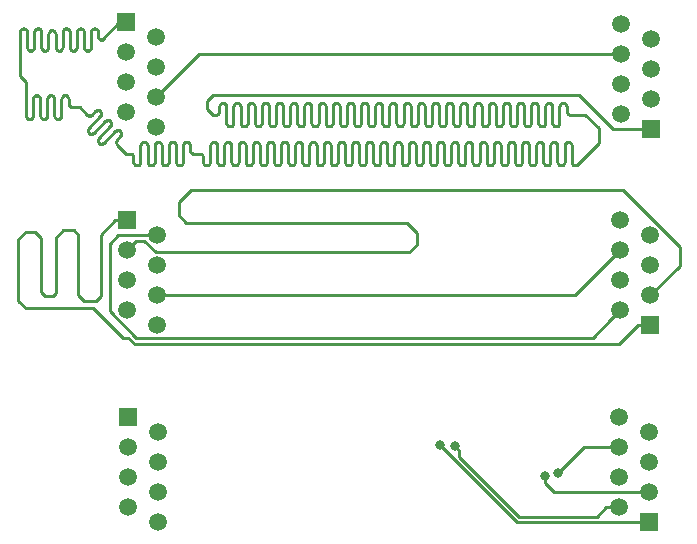
<source format=gbr>
G04 #@! TF.GenerationSoftware,KiCad,Pcbnew,(5.0.0)*
G04 #@! TF.CreationDate,2019-03-30T00:16:56-04:00*
G04 #@! TF.ProjectId,EthTester,4574685465737465722E6B696361645F,rev?*
G04 #@! TF.SameCoordinates,Original*
G04 #@! TF.FileFunction,Copper,L2,Bot,Signal*
G04 #@! TF.FilePolarity,Positive*
%FSLAX46Y46*%
G04 Gerber Fmt 4.6, Leading zero omitted, Abs format (unit mm)*
G04 Created by KiCad (PCBNEW (5.0.0)) date 03/30/19 00:16:56*
%MOMM*%
%LPD*%
G01*
G04 APERTURE LIST*
G04 #@! TA.AperFunction,ComponentPad*
%ADD10R,1.500000X1.500000*%
G04 #@! TD*
G04 #@! TA.AperFunction,ComponentPad*
%ADD11C,1.500000*%
G04 #@! TD*
G04 #@! TA.AperFunction,ViaPad*
%ADD12C,0.800000*%
G04 #@! TD*
G04 #@! TA.AperFunction,Conductor*
%ADD13C,0.250000*%
G04 #@! TD*
G04 APERTURE END LIST*
D10*
G04 #@! TO.P,J1,1*
G04 #@! TO.N,Net-(J1-Pad1)*
X109047280Y-88935560D03*
D11*
G04 #@! TO.P,J1,2*
G04 #@! TO.N,Net-(J1-Pad2)*
X111587280Y-90205560D03*
G04 #@! TO.P,J1,3*
G04 #@! TO.N,Net-(J1-Pad3)*
X109047280Y-91475560D03*
G04 #@! TO.P,J1,4*
G04 #@! TO.N,N/C*
X111587280Y-92745560D03*
G04 #@! TO.P,J1,5*
X109047280Y-94015560D03*
G04 #@! TO.P,J1,6*
G04 #@! TO.N,Net-(J1-Pad6)*
X111587280Y-95285560D03*
G04 #@! TO.P,J1,7*
G04 #@! TO.N,N/C*
X109047280Y-96555560D03*
G04 #@! TO.P,J1,8*
X111587280Y-97825560D03*
G04 #@! TD*
D10*
G04 #@! TO.P,J2,1*
G04 #@! TO.N,Net-(J2-Pad1)*
X109159040Y-105587800D03*
D11*
G04 #@! TO.P,J2,2*
G04 #@! TO.N,Net-(J2-Pad2)*
X111699040Y-106857800D03*
G04 #@! TO.P,J2,3*
G04 #@! TO.N,Net-(J2-Pad3)*
X109159040Y-108127800D03*
G04 #@! TO.P,J2,4*
G04 #@! TO.N,N/C*
X111699040Y-109397800D03*
G04 #@! TO.P,J2,5*
X109159040Y-110667800D03*
G04 #@! TO.P,J2,6*
G04 #@! TO.N,Net-(J2-Pad6)*
X111699040Y-111937800D03*
G04 #@! TO.P,J2,7*
G04 #@! TO.N,N/C*
X109159040Y-113207800D03*
G04 #@! TO.P,J2,8*
X111699040Y-114477800D03*
G04 #@! TD*
D10*
G04 #@! TO.P,J3,1*
G04 #@! TO.N,Net-(J3-Pad1)*
X153410920Y-81208880D03*
D11*
G04 #@! TO.P,J3,2*
G04 #@! TO.N,Net-(J3-Pad2)*
X150870920Y-79938880D03*
G04 #@! TO.P,J3,3*
G04 #@! TO.N,Net-(J3-Pad3)*
X153410920Y-78668880D03*
G04 #@! TO.P,J3,4*
G04 #@! TO.N,N/C*
X150870920Y-77398880D03*
G04 #@! TO.P,J3,5*
X153410920Y-76128880D03*
G04 #@! TO.P,J3,6*
G04 #@! TO.N,Net-(J3-Pad6)*
X150870920Y-74858880D03*
G04 #@! TO.P,J3,7*
G04 #@! TO.N,N/C*
X153410920Y-73588880D03*
G04 #@! TO.P,J3,8*
X150870920Y-72318880D03*
G04 #@! TD*
G04 #@! TO.P,J4,8*
G04 #@! TO.N,N/C*
X150764240Y-88976200D03*
G04 #@! TO.P,J4,7*
X153304240Y-90246200D03*
G04 #@! TO.P,J4,6*
G04 #@! TO.N,Net-(J1-Pad6)*
X150764240Y-91516200D03*
G04 #@! TO.P,J4,5*
G04 #@! TO.N,N/C*
X153304240Y-92786200D03*
G04 #@! TO.P,J4,4*
X150764240Y-94056200D03*
G04 #@! TO.P,J4,3*
G04 #@! TO.N,Net-(J1-Pad3)*
X153304240Y-95326200D03*
G04 #@! TO.P,J4,2*
G04 #@! TO.N,Net-(J1-Pad2)*
X150764240Y-96596200D03*
D10*
G04 #@! TO.P,J4,1*
G04 #@! TO.N,Net-(J1-Pad1)*
X153304240Y-97866200D03*
G04 #@! TD*
D11*
G04 #@! TO.P,J5,8*
G04 #@! TO.N,N/C*
X150657560Y-105628440D03*
G04 #@! TO.P,J5,7*
X153197560Y-106898440D03*
G04 #@! TO.P,J5,6*
G04 #@! TO.N,Net-(J2-Pad6)*
X150657560Y-108168440D03*
G04 #@! TO.P,J5,5*
G04 #@! TO.N,N/C*
X153197560Y-109438440D03*
G04 #@! TO.P,J5,4*
X150657560Y-110708440D03*
G04 #@! TO.P,J5,3*
G04 #@! TO.N,Net-(J2-Pad3)*
X153197560Y-111978440D03*
G04 #@! TO.P,J5,2*
G04 #@! TO.N,Net-(J2-Pad2)*
X150657560Y-113248440D03*
D10*
G04 #@! TO.P,J5,1*
G04 #@! TO.N,Net-(J2-Pad1)*
X153197560Y-114518440D03*
G04 #@! TD*
D11*
G04 #@! TO.P,J6,8*
G04 #@! TO.N,N/C*
X111506000Y-81026000D03*
G04 #@! TO.P,J6,7*
X108966000Y-79756000D03*
G04 #@! TO.P,J6,6*
G04 #@! TO.N,Net-(J3-Pad6)*
X111506000Y-78486000D03*
G04 #@! TO.P,J6,5*
G04 #@! TO.N,N/C*
X108966000Y-77216000D03*
G04 #@! TO.P,J6,4*
X111506000Y-75946000D03*
G04 #@! TO.P,J6,3*
G04 #@! TO.N,Net-(J3-Pad3)*
X108966000Y-74676000D03*
G04 #@! TO.P,J6,2*
G04 #@! TO.N,Net-(J3-Pad2)*
X111506000Y-73406000D03*
D10*
G04 #@! TO.P,J6,1*
G04 #@! TO.N,Net-(J3-Pad1)*
X108966000Y-72136000D03*
G04 #@! TD*
D12*
G04 #@! TO.N,Net-(J2-Pad1)*
X135509000Y-107950000D03*
G04 #@! TO.N,Net-(J2-Pad2)*
X136779000Y-108077000D03*
G04 #@! TO.N,Net-(J2-Pad3)*
X144399000Y-110617000D03*
G04 #@! TO.N,Net-(J2-Pad6)*
X145542000Y-110363000D03*
G04 #@! TD*
D13*
G04 #@! TO.N,Net-(J1-Pad1)*
X108047280Y-88935560D02*
X109047280Y-88935560D01*
X105410000Y-95758000D02*
X106426000Y-95758000D01*
X104902000Y-95250000D02*
X105410000Y-95758000D01*
X106426000Y-95758000D02*
X106807000Y-95377000D01*
X103632000Y-89789000D02*
X104521000Y-89789000D01*
X104521000Y-89789000D02*
X104902000Y-90170000D01*
X102997000Y-90424000D02*
X103632000Y-89789000D01*
X102997000Y-95123000D02*
X102997000Y-90424000D01*
X106807000Y-90175840D02*
X108047280Y-88935560D01*
X108679561Y-98900561D02*
X106172000Y-96393000D01*
X109164869Y-98900561D02*
X108679561Y-98900561D01*
X109705308Y-99441000D02*
X109164869Y-98900561D01*
X104902000Y-90170000D02*
X104902000Y-95250000D01*
X106172000Y-96393000D02*
X100457000Y-96393000D01*
X99822000Y-90551000D02*
X100457000Y-89916000D01*
X106807000Y-95377000D02*
X106807000Y-90175840D01*
X152304240Y-97866200D02*
X150729440Y-99441000D01*
X153304240Y-97866200D02*
X152304240Y-97866200D01*
X100457000Y-96393000D02*
X99822000Y-95758000D01*
X102108000Y-95377000D02*
X102743000Y-95377000D01*
X100457000Y-89916000D02*
X101219000Y-89916000D01*
X150729440Y-99441000D02*
X109705308Y-99441000D01*
X101219000Y-89916000D02*
X101727000Y-90424000D01*
X102743000Y-95377000D02*
X102997000Y-95123000D01*
X101727000Y-90424000D02*
X101727000Y-94996000D01*
X99822000Y-95758000D02*
X99822000Y-90551000D01*
X101727000Y-94996000D02*
X102108000Y-95377000D01*
G04 #@! TO.N,Net-(J1-Pad2)*
X150014241Y-97346199D02*
X150764240Y-96596200D01*
X111587280Y-90205560D02*
X108295440Y-90205560D01*
X108295440Y-90205560D02*
X107569000Y-90932000D01*
X107569000Y-96668282D02*
X109801279Y-98900561D01*
X109801279Y-98900561D02*
X148459879Y-98900561D01*
X107569000Y-90932000D02*
X107569000Y-96668282D01*
X148459879Y-98900561D02*
X150014241Y-97346199D01*
G04 #@! TO.N,Net-(J1-Pad3)*
X111461277Y-91670559D02*
X132945559Y-91670559D01*
X110516279Y-90725561D02*
X111461277Y-91670559D01*
X109047280Y-91475560D02*
X109797279Y-90725561D01*
X109797279Y-90725561D02*
X110516279Y-90725561D01*
X132945559Y-91670559D02*
X133604000Y-91012118D01*
X133604000Y-91012118D02*
X133604000Y-90043000D01*
X133604000Y-90043000D02*
X132715000Y-89154000D01*
X132715000Y-89154000D02*
X114046000Y-89154000D01*
X114046000Y-89154000D02*
X113411000Y-88519000D01*
X113411000Y-88519000D02*
X113411000Y-87376000D01*
X113411000Y-87376000D02*
X114427000Y-86360000D01*
X151009042Y-86360000D02*
X155829000Y-91179958D01*
X114427000Y-86360000D02*
X151009042Y-86360000D01*
X155829000Y-92801440D02*
X153304240Y-95326200D01*
X155829000Y-91179958D02*
X155829000Y-92801440D01*
G04 #@! TO.N,Net-(J1-Pad6)*
X146994880Y-95285560D02*
X111587280Y-95285560D01*
X150764240Y-91516200D02*
X146994880Y-95285560D01*
G04 #@! TO.N,Net-(J2-Pad1)*
X142077440Y-114518440D02*
X153197560Y-114518440D01*
X135509000Y-107950000D02*
X142077440Y-114518440D01*
G04 #@! TO.N,Net-(J2-Pad2)*
X149596900Y-113248440D02*
X148799340Y-114046000D01*
X150657560Y-113248440D02*
X149596900Y-113248440D01*
X148799340Y-114046000D02*
X142241410Y-114046000D01*
X137178999Y-108476999D02*
X137178999Y-108983589D01*
X136779000Y-108077000D02*
X137178999Y-108476999D01*
X137178999Y-108983589D02*
X142241410Y-114046000D01*
G04 #@! TO.N,Net-(J2-Pad3)*
X152136900Y-111978440D02*
X153197560Y-111978440D01*
X145194755Y-111978440D02*
X152136900Y-111978440D01*
X144399000Y-111182685D02*
X145194755Y-111978440D01*
X144399000Y-110617000D02*
X144399000Y-111182685D01*
G04 #@! TO.N,Net-(J2-Pad6)*
X147736560Y-108168440D02*
X150657560Y-108168440D01*
X145542000Y-110363000D02*
X147736560Y-108168440D01*
G04 #@! TO.N,Net-(J3-Pad1)*
X147176046Y-84246549D02*
X147223549Y-84199046D01*
X147119165Y-84282290D02*
X147176046Y-84246549D01*
X147223549Y-84199046D02*
X147259290Y-84142165D01*
X116624756Y-80002478D02*
X116558000Y-80010000D01*
X116688165Y-79980290D02*
X116624756Y-80002478D01*
X116745046Y-79944549D02*
X116688165Y-79980290D01*
X116792549Y-79897046D02*
X116745046Y-79944549D01*
X116828290Y-79840165D02*
X116792549Y-79897046D01*
X116850478Y-79776756D02*
X116828290Y-79840165D01*
X116858000Y-79710000D02*
X116850478Y-79776756D01*
X116858000Y-79310000D02*
X116858000Y-79710000D01*
X116865521Y-79243243D02*
X116858000Y-79310000D01*
X116887709Y-79179834D02*
X116865521Y-79243243D01*
X116923450Y-79122953D02*
X116887709Y-79179834D01*
X116970953Y-79075450D02*
X116923450Y-79122953D01*
X117027834Y-79039709D02*
X116970953Y-79075450D01*
X117091243Y-79017521D02*
X117027834Y-79039709D01*
X117158000Y-79010000D02*
X117091243Y-79017521D01*
X117224756Y-79017521D02*
X117158000Y-79010000D01*
X117288165Y-79039709D02*
X117224756Y-79017521D01*
X117345046Y-79075450D02*
X117288165Y-79039709D01*
X117392549Y-79122953D02*
X117345046Y-79075450D01*
X117428290Y-79179834D02*
X117392549Y-79122953D01*
X117450478Y-79243243D02*
X117428290Y-79179834D01*
X117458000Y-79310000D02*
X117450478Y-79243243D01*
X117458000Y-80710000D02*
X117458000Y-79310000D01*
X117465521Y-80776757D02*
X117458000Y-80710000D01*
X117487709Y-80840166D02*
X117465521Y-80776757D01*
X117523450Y-80897047D02*
X117487709Y-80840166D01*
X117570953Y-80944550D02*
X117523450Y-80897047D01*
X117627834Y-80980291D02*
X117570953Y-80944550D01*
X117691243Y-81002479D02*
X117627834Y-80980291D01*
X117758000Y-81010000D02*
X117691243Y-81002479D01*
X117824756Y-81002479D02*
X117758000Y-81010000D01*
X117888165Y-80980291D02*
X117824756Y-81002479D01*
X117945046Y-80944550D02*
X117888165Y-80980291D01*
X117992549Y-80897047D02*
X117945046Y-80944550D01*
X118028290Y-80840166D02*
X117992549Y-80897047D01*
X118050478Y-80776757D02*
X118028290Y-80840166D01*
X118058000Y-80710000D02*
X118050478Y-80776757D01*
X118058000Y-79310000D02*
X118058000Y-80710000D01*
X118065521Y-79243243D02*
X118058000Y-79310000D01*
X118087709Y-79179834D02*
X118065521Y-79243243D01*
X118123450Y-79122953D02*
X118087709Y-79179834D01*
X118170953Y-79075450D02*
X118123450Y-79122953D01*
X118227834Y-79039709D02*
X118170953Y-79075450D01*
X118291243Y-79017521D02*
X118227834Y-79039709D01*
X118358000Y-79010000D02*
X118291243Y-79017521D01*
X118424756Y-79017521D02*
X118358000Y-79010000D01*
X118488165Y-79039709D02*
X118424756Y-79017521D01*
X133687709Y-79179834D02*
X133665521Y-79243243D01*
X134024756Y-79017521D02*
X133958000Y-79010000D01*
X134192549Y-79122953D02*
X134145046Y-79075450D01*
X134265521Y-80776757D02*
X134258000Y-80710000D01*
X134287709Y-80840166D02*
X134265521Y-80776757D01*
X134323450Y-80897047D02*
X134287709Y-80840166D01*
X134427834Y-80980291D02*
X134370953Y-80944550D01*
X134491243Y-81002479D02*
X134427834Y-80980291D01*
X134558000Y-81010000D02*
X134491243Y-81002479D01*
X134828290Y-80840166D02*
X134792549Y-80897047D01*
X134923450Y-79122953D02*
X134887709Y-79179834D01*
X135027834Y-79039709D02*
X134970953Y-79075450D01*
X135392549Y-79122953D02*
X135345046Y-79075450D01*
X135465521Y-80776757D02*
X135458000Y-80710000D01*
X135487709Y-80840166D02*
X135465521Y-80776757D01*
X135523450Y-80897047D02*
X135487709Y-80840166D01*
X135691243Y-81002479D02*
X135627834Y-80980291D01*
X135758000Y-81010000D02*
X135691243Y-81002479D01*
X135824756Y-81002479D02*
X135758000Y-81010000D01*
X135888165Y-80980291D02*
X135824756Y-81002479D01*
X135945046Y-80944550D02*
X135888165Y-80980291D01*
X135992549Y-80897047D02*
X135945046Y-80944550D01*
X136028290Y-80840166D02*
X135992549Y-80897047D01*
X136050478Y-80776757D02*
X136028290Y-80840166D01*
X136058000Y-79310000D02*
X136058000Y-80710000D01*
X136065521Y-79243243D02*
X136058000Y-79310000D01*
X136087709Y-79179834D02*
X136065521Y-79243243D01*
X136123450Y-79122953D02*
X136087709Y-79179834D01*
X136170953Y-79075450D02*
X136123450Y-79122953D01*
X136227834Y-79039709D02*
X136170953Y-79075450D01*
X136291243Y-79017521D02*
X136227834Y-79039709D01*
X136358000Y-79010000D02*
X136291243Y-79017521D01*
X136424756Y-79017521D02*
X136358000Y-79010000D01*
X136488165Y-79039709D02*
X136424756Y-79017521D01*
X136592549Y-79122953D02*
X136545046Y-79075450D01*
X136628290Y-79179834D02*
X136592549Y-79122953D01*
X136650478Y-79243243D02*
X136628290Y-79179834D01*
X136658000Y-79310000D02*
X136650478Y-79243243D01*
X136658000Y-80710000D02*
X136658000Y-79310000D01*
X136665521Y-80776757D02*
X136658000Y-80710000D01*
X136687709Y-80840166D02*
X136665521Y-80776757D01*
X136723450Y-80897047D02*
X136687709Y-80840166D01*
X136770953Y-80944550D02*
X136723450Y-80897047D01*
X136827834Y-80980291D02*
X136770953Y-80944550D01*
X136891243Y-81002479D02*
X136827834Y-80980291D01*
X136958000Y-81010000D02*
X136891243Y-81002479D01*
X137024756Y-81002479D02*
X136958000Y-81010000D01*
X137088165Y-80980291D02*
X137024756Y-81002479D01*
X137145046Y-80944550D02*
X137088165Y-80980291D01*
X137192549Y-80897047D02*
X137145046Y-80944550D01*
X137228290Y-80840166D02*
X137192549Y-80897047D01*
X137250478Y-80776757D02*
X137228290Y-80840166D01*
X137258000Y-80710000D02*
X137250478Y-80776757D01*
X137258000Y-79310000D02*
X137258000Y-80710000D01*
X137287709Y-79179834D02*
X137265521Y-79243243D01*
X137323450Y-79122953D02*
X137287709Y-79179834D01*
X137370953Y-79075450D02*
X137323450Y-79122953D01*
X137491243Y-79017521D02*
X137427834Y-79039709D01*
X137558000Y-79010000D02*
X137491243Y-79017521D01*
X137624756Y-79017521D02*
X137558000Y-79010000D01*
X137688165Y-79039709D02*
X137624756Y-79017521D01*
X137745046Y-79075450D02*
X137688165Y-79039709D01*
X137792549Y-79122953D02*
X137745046Y-79075450D01*
X137828290Y-79179834D02*
X137792549Y-79122953D01*
X137858000Y-79310000D02*
X137850478Y-79243243D01*
X137858000Y-80710000D02*
X137858000Y-79310000D01*
X137865521Y-80776757D02*
X137858000Y-80710000D01*
X137923450Y-80897047D02*
X137887709Y-80840166D01*
X137970953Y-80944550D02*
X137923450Y-80897047D01*
X138027834Y-80980291D02*
X137970953Y-80944550D01*
X138091243Y-81002479D02*
X138027834Y-80980291D01*
X138158000Y-81010000D02*
X138091243Y-81002479D01*
X138224756Y-81002479D02*
X138158000Y-81010000D01*
X138288165Y-80980291D02*
X138224756Y-81002479D01*
X138345046Y-80944550D02*
X138288165Y-80980291D01*
X138392549Y-80897047D02*
X138345046Y-80944550D01*
X138428290Y-80840166D02*
X138392549Y-80897047D01*
X138450478Y-80776757D02*
X138428290Y-80840166D01*
X138458000Y-80710000D02*
X138450478Y-80776757D01*
X138458000Y-79310000D02*
X138458000Y-80710000D01*
X138465521Y-79243243D02*
X138458000Y-79310000D01*
X138487709Y-79179834D02*
X138465521Y-79243243D01*
X138523450Y-79122953D02*
X138487709Y-79179834D01*
X138570953Y-79075450D02*
X138523450Y-79122953D01*
X138627834Y-79039709D02*
X138570953Y-79075450D01*
X138691243Y-79017521D02*
X138627834Y-79039709D01*
X138758000Y-79010000D02*
X138691243Y-79017521D01*
X138824756Y-79017521D02*
X138758000Y-79010000D01*
X138888165Y-79039709D02*
X138824756Y-79017521D01*
X138945046Y-79075450D02*
X138888165Y-79039709D01*
X138992549Y-79122953D02*
X138945046Y-79075450D01*
X139028290Y-79179834D02*
X138992549Y-79122953D01*
X139050478Y-79243243D02*
X139028290Y-79179834D01*
X139058000Y-79310000D02*
X139050478Y-79243243D01*
X139058000Y-80710000D02*
X139058000Y-79310000D01*
X139065521Y-80776757D02*
X139058000Y-80710000D01*
X139087709Y-80840166D02*
X139065521Y-80776757D01*
X139123450Y-80897047D02*
X139087709Y-80840166D01*
X139170953Y-80944550D02*
X139123450Y-80897047D01*
X139227834Y-80980291D02*
X139170953Y-80944550D01*
X139291243Y-81002479D02*
X139227834Y-80980291D01*
X139358000Y-81010000D02*
X139291243Y-81002479D01*
X139424756Y-81002479D02*
X139358000Y-81010000D01*
X139488165Y-80980291D02*
X139424756Y-81002479D01*
X139545046Y-80944550D02*
X139488165Y-80980291D01*
X139592549Y-80897047D02*
X139545046Y-80944550D01*
X139628290Y-80840166D02*
X139592549Y-80897047D01*
X139650478Y-80776757D02*
X139628290Y-80840166D01*
X139658000Y-80710000D02*
X139650478Y-80776757D01*
X139658000Y-79310000D02*
X139658000Y-80710000D01*
X139665521Y-79243243D02*
X139658000Y-79310000D01*
X139687709Y-79179834D02*
X139665521Y-79243243D01*
X139723450Y-79122953D02*
X139687709Y-79179834D01*
X139770953Y-79075450D02*
X139723450Y-79122953D01*
X139827834Y-79039709D02*
X139770953Y-79075450D01*
X139891243Y-79017521D02*
X139827834Y-79039709D01*
X139958000Y-79010000D02*
X139891243Y-79017521D01*
X140024756Y-79017521D02*
X139958000Y-79010000D01*
X140088165Y-79039709D02*
X140024756Y-79017521D01*
X140145046Y-79075450D02*
X140088165Y-79039709D01*
X140192549Y-79122953D02*
X140145046Y-79075450D01*
X140323450Y-80897047D02*
X140287709Y-80840166D01*
X135458000Y-79310000D02*
X135450478Y-79243243D01*
X134887709Y-79179834D02*
X134865521Y-79243243D01*
X144945046Y-79075450D02*
X144888165Y-79039709D01*
X142065521Y-79243243D02*
X142058000Y-79310000D01*
X133628290Y-80840166D02*
X133592549Y-80897047D01*
X140558000Y-81010000D02*
X140491243Y-81002479D01*
X135428290Y-79179834D02*
X135392549Y-79122953D01*
X145592549Y-80897047D02*
X145545046Y-80944550D01*
X142058000Y-79310000D02*
X142058000Y-80710000D01*
X144570953Y-79075450D02*
X144523450Y-79122953D01*
X140792549Y-80897047D02*
X140745046Y-80944550D01*
X140688165Y-80980291D02*
X140624756Y-81002479D01*
X140287709Y-80840166D02*
X140265521Y-80776757D01*
X135091243Y-79017521D02*
X135027834Y-79039709D01*
X133658000Y-79310000D02*
X133658000Y-80710000D01*
X133650478Y-80776757D02*
X133628290Y-80840166D01*
X140258000Y-79310000D02*
X140250478Y-79243243D01*
X140370953Y-80944550D02*
X140323450Y-80897047D01*
X135450478Y-79243243D02*
X135428290Y-79179834D01*
X140624756Y-81002479D02*
X140558000Y-81010000D01*
X134745046Y-80944550D02*
X134688165Y-80980291D01*
X134858000Y-79310000D02*
X134858000Y-80710000D01*
X133358000Y-81010000D02*
X133291243Y-81002479D01*
X145545046Y-80944550D02*
X145488165Y-80980291D01*
X142488165Y-79039709D02*
X142424756Y-79017521D01*
X133658000Y-80710000D02*
X133650478Y-80776757D01*
X140491243Y-81002479D02*
X140427834Y-80980291D01*
X133827834Y-79039709D02*
X133770953Y-79075450D01*
X143865521Y-80776757D02*
X143858000Y-80710000D01*
X142723450Y-80897047D02*
X142687709Y-80840166D01*
X134865521Y-79243243D02*
X134858000Y-79310000D01*
X142628290Y-79179834D02*
X142592549Y-79122953D01*
X145028290Y-79179834D02*
X144992549Y-79122953D01*
X140745046Y-80944550D02*
X140688165Y-80980291D01*
X134970953Y-79075450D02*
X134923450Y-79122953D01*
X142687709Y-80840166D02*
X142665521Y-80776757D01*
X133545046Y-80944550D02*
X133488165Y-80980291D01*
X134228290Y-79179834D02*
X134192549Y-79122953D01*
X143792549Y-79122953D02*
X143745046Y-79075450D01*
X143088165Y-80980291D02*
X143024756Y-81002479D01*
X141027834Y-79039709D02*
X140970953Y-79075450D01*
X135345046Y-79075450D02*
X135288165Y-79039709D01*
X137887709Y-80840166D02*
X137865521Y-80776757D01*
X134145046Y-79075450D02*
X134088165Y-79039709D01*
X134088165Y-79039709D02*
X134024756Y-79017521D01*
X142891243Y-81002479D02*
X142827834Y-80980291D01*
X144523450Y-79122953D02*
X144487709Y-79179834D01*
X140265521Y-80776757D02*
X140258000Y-80710000D01*
X137850478Y-79243243D02*
X137828290Y-79179834D01*
X145628290Y-80840166D02*
X145592549Y-80897047D01*
X142658000Y-80710000D02*
X142658000Y-79310000D01*
X133424756Y-81002479D02*
X133358000Y-81010000D01*
X137427834Y-79039709D02*
X137370953Y-79075450D01*
X144345046Y-80944550D02*
X144288165Y-80980291D01*
X119865521Y-80776757D02*
X119858000Y-80710000D01*
X141450478Y-79243243D02*
X141428290Y-79179834D01*
X135158000Y-79010000D02*
X135091243Y-79017521D01*
X143265521Y-79243243D02*
X143258000Y-79310000D01*
X141465521Y-80776757D02*
X141458000Y-80710000D01*
X135458000Y-80710000D02*
X135458000Y-79310000D01*
X145170953Y-80944550D02*
X145123450Y-80897047D01*
X141392549Y-79122953D02*
X141345046Y-79075450D01*
X134258000Y-80710000D02*
X134258000Y-79310000D01*
X141345046Y-79075450D02*
X141288165Y-79039709D01*
X135627834Y-80980291D02*
X135570953Y-80944550D01*
X134624756Y-81002479D02*
X134558000Y-81010000D01*
X140970953Y-79075450D02*
X140923450Y-79122953D01*
X145723450Y-79122953D02*
X145687709Y-79179834D01*
X141487709Y-80840166D02*
X141465521Y-80776757D01*
X133958000Y-79010000D02*
X133891243Y-79017521D01*
X141824756Y-81002479D02*
X141758000Y-81010000D01*
X143228290Y-80840166D02*
X143192549Y-80897047D01*
X144992549Y-79122953D02*
X144945046Y-79075450D01*
X140427834Y-80980291D02*
X140370953Y-80944550D01*
X136058000Y-80710000D02*
X136050478Y-80776757D01*
X145665521Y-79243243D02*
X145658000Y-79310000D01*
X142291243Y-79017521D02*
X142227834Y-79039709D01*
X133770953Y-79075450D02*
X133723450Y-79122953D01*
X140858000Y-80710000D02*
X140850478Y-80776757D01*
X134370953Y-80944550D02*
X134323450Y-80897047D01*
X137265521Y-79243243D02*
X137258000Y-79310000D01*
X140250478Y-79243243D02*
X140228290Y-79179834D01*
X145050478Y-79243243D02*
X145028290Y-79179834D01*
X141224756Y-79017521D02*
X141158000Y-79010000D01*
X135570953Y-80944550D02*
X135523450Y-80897047D01*
X133891243Y-79017521D02*
X133827834Y-79039709D01*
X140850478Y-80776757D02*
X140828290Y-80840166D01*
X134258000Y-79310000D02*
X134250478Y-79243243D01*
X142028290Y-80840166D02*
X141992549Y-80897047D01*
X134250478Y-79243243D02*
X134228290Y-79179834D01*
X136545046Y-79075450D02*
X136488165Y-79039709D01*
X134850478Y-80776757D02*
X134828290Y-80840166D01*
X140887709Y-79179834D02*
X140865521Y-79243243D01*
X133488165Y-80980291D02*
X133424756Y-81002479D01*
X135224756Y-79017521D02*
X135158000Y-79010000D01*
X140923450Y-79122953D02*
X140887709Y-79179834D01*
X133723450Y-79122953D02*
X133687709Y-79179834D01*
X134858000Y-80710000D02*
X134850478Y-80776757D01*
X141458000Y-79310000D02*
X141450478Y-79243243D01*
X134688165Y-80980291D02*
X134624756Y-81002479D01*
X143258000Y-79310000D02*
X143258000Y-80710000D01*
X141458000Y-80710000D02*
X141458000Y-79310000D01*
X144027834Y-80980291D02*
X143970953Y-80944550D01*
X143192549Y-80897047D02*
X143145046Y-80944550D01*
X134792549Y-80897047D02*
X134745046Y-80944550D01*
X133592549Y-80897047D02*
X133545046Y-80944550D01*
X140228290Y-79179834D02*
X140192549Y-79122953D01*
X133665521Y-79243243D02*
X133658000Y-79310000D01*
X135288165Y-79039709D02*
X135224756Y-79017521D01*
X142358000Y-79010000D02*
X142291243Y-79017521D01*
X143427834Y-79039709D02*
X143370953Y-79075450D01*
X140258000Y-80710000D02*
X140258000Y-79310000D01*
X144091243Y-81002479D02*
X144027834Y-80980291D01*
X142050478Y-80776757D02*
X142028290Y-80840166D01*
X144824756Y-79017521D02*
X144758000Y-79010000D01*
X142827834Y-80980291D02*
X142770953Y-80944550D01*
X143970953Y-80944550D02*
X143923450Y-80897047D01*
X142958000Y-81010000D02*
X142891243Y-81002479D01*
X143923450Y-80897047D02*
X143887709Y-80840166D01*
X142650478Y-79243243D02*
X142628290Y-79179834D01*
X144158000Y-81010000D02*
X144091243Y-81002479D01*
X143250478Y-80776757D02*
X143228290Y-80840166D01*
X143887709Y-80840166D02*
X143865521Y-80776757D01*
X143145046Y-80944550D02*
X143088165Y-80980291D01*
X143024756Y-81002479D02*
X142958000Y-81010000D01*
X143370953Y-79075450D02*
X143323450Y-79122953D01*
X142770953Y-80944550D02*
X142723450Y-80897047D01*
X144458000Y-79310000D02*
X144458000Y-80710000D01*
X142665521Y-80776757D02*
X142658000Y-80710000D01*
X142658000Y-79310000D02*
X142650478Y-79243243D01*
X142592549Y-79122953D02*
X142545046Y-79075450D01*
X143491243Y-79017521D02*
X143427834Y-79039709D01*
X142545046Y-79075450D02*
X142488165Y-79039709D01*
X143858000Y-80710000D02*
X143858000Y-79310000D01*
X142424756Y-79017521D02*
X142358000Y-79010000D01*
X144465521Y-79243243D02*
X144458000Y-79310000D01*
X142227834Y-79039709D02*
X142170953Y-79075450D01*
X145488165Y-80980291D02*
X145424756Y-81002479D01*
X142170953Y-79075450D02*
X142123450Y-79122953D01*
X144450478Y-80776757D02*
X144428290Y-80840166D01*
X142123450Y-79122953D02*
X142087709Y-79179834D01*
X143745046Y-79075450D02*
X143688165Y-79039709D01*
X142087709Y-79179834D02*
X142065521Y-79243243D01*
X144392549Y-80897047D02*
X144345046Y-80944550D01*
X142058000Y-80710000D02*
X142050478Y-80776757D01*
X143323450Y-79122953D02*
X143287709Y-79179834D01*
X141992549Y-80897047D02*
X141945046Y-80944550D01*
X145424756Y-81002479D02*
X145358000Y-81010000D01*
X141945046Y-80944550D02*
X141888165Y-80980291D01*
X143850478Y-79243243D02*
X143828290Y-79179834D01*
X141888165Y-80980291D02*
X141824756Y-81002479D01*
X144458000Y-80710000D02*
X144450478Y-80776757D01*
X141758000Y-81010000D02*
X141691243Y-81002479D01*
X143558000Y-79010000D02*
X143491243Y-79017521D01*
X141691243Y-81002479D02*
X141627834Y-80980291D01*
X144627834Y-79039709D02*
X144570953Y-79075450D01*
X141627834Y-80980291D02*
X141570953Y-80944550D01*
X144428290Y-80840166D02*
X144392549Y-80897047D01*
X141570953Y-80944550D02*
X141523450Y-80897047D01*
X143828290Y-79179834D02*
X143792549Y-79122953D01*
X141523450Y-80897047D02*
X141487709Y-80840166D01*
X143287709Y-79179834D02*
X143265521Y-79243243D01*
X141428290Y-79179834D02*
X141392549Y-79122953D01*
X143858000Y-79310000D02*
X143850478Y-79243243D01*
X141288165Y-79039709D02*
X141224756Y-79017521D01*
X145658000Y-79310000D02*
X145658000Y-80710000D01*
X141158000Y-79010000D02*
X141091243Y-79017521D01*
X145058000Y-80710000D02*
X145058000Y-79310000D01*
X141091243Y-79017521D02*
X141027834Y-79039709D01*
X140865521Y-79243243D02*
X140858000Y-79310000D01*
X140858000Y-79310000D02*
X140858000Y-80710000D01*
X140828290Y-80840166D02*
X140792549Y-80897047D01*
X133291243Y-81002479D02*
X133227834Y-80980291D01*
X133227834Y-80980291D02*
X133170953Y-80944550D01*
X133170953Y-80944550D02*
X133123450Y-80897047D01*
X133123450Y-80897047D02*
X133087709Y-80840166D01*
X133087709Y-80840166D02*
X133065521Y-80776757D01*
X133065521Y-80776757D02*
X133058000Y-80710000D01*
X133058000Y-80710000D02*
X133058000Y-79310000D01*
X133058000Y-79310000D02*
X133050478Y-79243243D01*
X133050478Y-79243243D02*
X133028290Y-79179834D01*
X133028290Y-79179834D02*
X132992549Y-79122953D01*
X132992549Y-79122953D02*
X132945046Y-79075450D01*
X132945046Y-79075450D02*
X132888165Y-79039709D01*
X132888165Y-79039709D02*
X132824756Y-79017521D01*
X132824756Y-79017521D02*
X132758000Y-79010000D01*
X132758000Y-79010000D02*
X132691243Y-79017521D01*
X132691243Y-79017521D02*
X132627834Y-79039709D01*
X132627834Y-79039709D02*
X132570953Y-79075450D01*
X132570953Y-79075450D02*
X132523450Y-79122953D01*
X132523450Y-79122953D02*
X132487709Y-79179834D01*
X132487709Y-79179834D02*
X132465521Y-79243243D01*
X132465521Y-79243243D02*
X132458000Y-79310000D01*
X132458000Y-79310000D02*
X132458000Y-80710000D01*
X132458000Y-80710000D02*
X132450478Y-80776757D01*
X132450478Y-80776757D02*
X132428290Y-80840166D01*
X132428290Y-80840166D02*
X132392549Y-80897047D01*
X132392549Y-80897047D02*
X132345046Y-80944550D01*
X132345046Y-80944550D02*
X132288165Y-80980291D01*
X132288165Y-80980291D02*
X132224756Y-81002479D01*
X132224756Y-81002479D02*
X132158000Y-81010000D01*
X132158000Y-81010000D02*
X132091243Y-81002479D01*
X132091243Y-81002479D02*
X132027834Y-80980291D01*
X132027834Y-80980291D02*
X131970953Y-80944550D01*
X131970953Y-80944550D02*
X131923450Y-80897047D01*
X131923450Y-80897047D02*
X131887709Y-80840166D01*
X131887709Y-80840166D02*
X131865521Y-80776757D01*
X131865521Y-80776757D02*
X131858000Y-80710000D01*
X131858000Y-80710000D02*
X131858000Y-79310000D01*
X131858000Y-79310000D02*
X131850478Y-79243243D01*
X131850478Y-79243243D02*
X131828290Y-79179834D01*
X131828290Y-79179834D02*
X131792549Y-79122953D01*
X131792549Y-79122953D02*
X131745046Y-79075450D01*
X131745046Y-79075450D02*
X131688165Y-79039709D01*
X131688165Y-79039709D02*
X131624756Y-79017521D01*
X131624756Y-79017521D02*
X131558000Y-79010000D01*
X131558000Y-79010000D02*
X131491243Y-79017521D01*
X131491243Y-79017521D02*
X131427834Y-79039709D01*
X131427834Y-79039709D02*
X131370953Y-79075450D01*
X131370953Y-79075450D02*
X131323450Y-79122953D01*
X131323450Y-79122953D02*
X131287709Y-79179834D01*
X131287709Y-79179834D02*
X131265521Y-79243243D01*
X131265521Y-79243243D02*
X131258000Y-79310000D01*
X131258000Y-79310000D02*
X131258000Y-80710000D01*
X131258000Y-80710000D02*
X131250478Y-80776757D01*
X131250478Y-80776757D02*
X131228290Y-80840166D01*
X131228290Y-80840166D02*
X131192549Y-80897047D01*
X131192549Y-80897047D02*
X131145046Y-80944550D01*
X131145046Y-80944550D02*
X131088165Y-80980291D01*
X131088165Y-80980291D02*
X131024756Y-81002479D01*
X131024756Y-81002479D02*
X130958000Y-81010000D01*
X130958000Y-81010000D02*
X130891243Y-81002479D01*
X130891243Y-81002479D02*
X130827834Y-80980291D01*
X130827834Y-80980291D02*
X130770953Y-80944550D01*
X130770953Y-80944550D02*
X130723450Y-80897047D01*
X130723450Y-80897047D02*
X130687709Y-80840166D01*
X130687709Y-80840166D02*
X130665521Y-80776757D01*
X130665521Y-80776757D02*
X130658000Y-80710000D01*
X130658000Y-80710000D02*
X130658000Y-79310000D01*
X130658000Y-79310000D02*
X130650478Y-79243243D01*
X130650478Y-79243243D02*
X130628290Y-79179834D01*
X130628290Y-79179834D02*
X130592549Y-79122953D01*
X130592549Y-79122953D02*
X130545046Y-79075450D01*
X130545046Y-79075450D02*
X130488165Y-79039709D01*
X130488165Y-79039709D02*
X130424756Y-79017521D01*
X130424756Y-79017521D02*
X130358000Y-79010000D01*
X130358000Y-79010000D02*
X130291243Y-79017521D01*
X130291243Y-79017521D02*
X130227834Y-79039709D01*
X130227834Y-79039709D02*
X130170953Y-79075450D01*
X130170953Y-79075450D02*
X130123450Y-79122953D01*
X130123450Y-79122953D02*
X130087709Y-79179834D01*
X130087709Y-79179834D02*
X130065521Y-79243243D01*
X130065521Y-79243243D02*
X130058000Y-79310000D01*
X130058000Y-79310000D02*
X130058000Y-80710000D01*
X130058000Y-80710000D02*
X130050478Y-80776757D01*
X130050478Y-80776757D02*
X130028290Y-80840166D01*
X130028290Y-80840166D02*
X129992549Y-80897047D01*
X129992549Y-80897047D02*
X129945046Y-80944550D01*
X129945046Y-80944550D02*
X129888165Y-80980291D01*
X129888165Y-80980291D02*
X129824756Y-81002479D01*
X129824756Y-81002479D02*
X129758000Y-81010000D01*
X129758000Y-81010000D02*
X129691243Y-81002479D01*
X129691243Y-81002479D02*
X129627834Y-80980291D01*
X129627834Y-80980291D02*
X129570953Y-80944550D01*
X129570953Y-80944550D02*
X129523450Y-80897047D01*
X129523450Y-80897047D02*
X129487709Y-80840166D01*
X129487709Y-80840166D02*
X129465521Y-80776757D01*
X129465521Y-80776757D02*
X129458000Y-80710000D01*
X129458000Y-80710000D02*
X129458000Y-79310000D01*
X129458000Y-79310000D02*
X129450478Y-79243243D01*
X129450478Y-79243243D02*
X129428290Y-79179834D01*
X129428290Y-79179834D02*
X129392549Y-79122953D01*
X129392549Y-79122953D02*
X129345046Y-79075450D01*
X129345046Y-79075450D02*
X129288165Y-79039709D01*
X129288165Y-79039709D02*
X129224756Y-79017521D01*
X129224756Y-79017521D02*
X129158000Y-79010000D01*
X129158000Y-79010000D02*
X129091243Y-79017521D01*
X129091243Y-79017521D02*
X129027834Y-79039709D01*
X129027834Y-79039709D02*
X128970953Y-79075450D01*
X128970953Y-79075450D02*
X128923450Y-79122953D01*
X128923450Y-79122953D02*
X128887709Y-79179834D01*
X128887709Y-79179834D02*
X128865521Y-79243243D01*
X128865521Y-79243243D02*
X128858000Y-79310000D01*
X128858000Y-79310000D02*
X128858000Y-80710000D01*
X128858000Y-80710000D02*
X128850478Y-80776757D01*
X128850478Y-80776757D02*
X128828290Y-80840166D01*
X128828290Y-80840166D02*
X128792549Y-80897047D01*
X128792549Y-80897047D02*
X128745046Y-80944550D01*
X128745046Y-80944550D02*
X128688165Y-80980291D01*
X128688165Y-80980291D02*
X128624756Y-81002479D01*
X128624756Y-81002479D02*
X128558000Y-81010000D01*
X128558000Y-81010000D02*
X128491243Y-81002479D01*
X128491243Y-81002479D02*
X128427834Y-80980291D01*
X128427834Y-80980291D02*
X128370953Y-80944550D01*
X128370953Y-80944550D02*
X128323450Y-80897047D01*
X128323450Y-80897047D02*
X128287709Y-80840166D01*
X128287709Y-80840166D02*
X128265521Y-80776757D01*
X128265521Y-80776757D02*
X128258000Y-80710000D01*
X128258000Y-80710000D02*
X128258000Y-79310000D01*
X128258000Y-79310000D02*
X128250478Y-79243243D01*
X128250478Y-79243243D02*
X128228290Y-79179834D01*
X128228290Y-79179834D02*
X128192549Y-79122953D01*
X128192549Y-79122953D02*
X128145046Y-79075450D01*
X128145046Y-79075450D02*
X128088165Y-79039709D01*
X128088165Y-79039709D02*
X128024756Y-79017521D01*
X128024756Y-79017521D02*
X127958000Y-79010000D01*
X127958000Y-79010000D02*
X127891243Y-79017521D01*
X127891243Y-79017521D02*
X127827834Y-79039709D01*
X127827834Y-79039709D02*
X127770953Y-79075450D01*
X127770953Y-79075450D02*
X127723450Y-79122953D01*
X127723450Y-79122953D02*
X127687709Y-79179834D01*
X127687709Y-79179834D02*
X127665521Y-79243243D01*
X127665521Y-79243243D02*
X127658000Y-79310000D01*
X127658000Y-79310000D02*
X127658000Y-80710000D01*
X127658000Y-80710000D02*
X127650478Y-80776757D01*
X127650478Y-80776757D02*
X127628290Y-80840166D01*
X127628290Y-80840166D02*
X127592549Y-80897047D01*
X127592549Y-80897047D02*
X127545046Y-80944550D01*
X127545046Y-80944550D02*
X127488165Y-80980291D01*
X127488165Y-80980291D02*
X127424756Y-81002479D01*
X127424756Y-81002479D02*
X127358000Y-81010000D01*
X127358000Y-81010000D02*
X127291243Y-81002479D01*
X127291243Y-81002479D02*
X127227834Y-80980291D01*
X127227834Y-80980291D02*
X127170953Y-80944550D01*
X127170953Y-80944550D02*
X127123450Y-80897047D01*
X127123450Y-80897047D02*
X127087709Y-80840166D01*
X127087709Y-80840166D02*
X127065521Y-80776757D01*
X127065521Y-80776757D02*
X127058000Y-80710000D01*
X127058000Y-80710000D02*
X127058000Y-79310000D01*
X127058000Y-79310000D02*
X127050478Y-79243243D01*
X127050478Y-79243243D02*
X127028290Y-79179834D01*
X127028290Y-79179834D02*
X126992549Y-79122953D01*
X126992549Y-79122953D02*
X126945046Y-79075450D01*
X126945046Y-79075450D02*
X126888165Y-79039709D01*
X126888165Y-79039709D02*
X126824756Y-79017521D01*
X126824756Y-79017521D02*
X126758000Y-79010000D01*
X126758000Y-79010000D02*
X126691243Y-79017521D01*
X126691243Y-79017521D02*
X126627834Y-79039709D01*
X126627834Y-79039709D02*
X126570953Y-79075450D01*
X126570953Y-79075450D02*
X126523450Y-79122953D01*
X126523450Y-79122953D02*
X126487709Y-79179834D01*
X126487709Y-79179834D02*
X126465521Y-79243243D01*
X126465521Y-79243243D02*
X126458000Y-79310000D01*
X126458000Y-79310000D02*
X126458000Y-80710000D01*
X126458000Y-80710000D02*
X126450478Y-80776757D01*
X126450478Y-80776757D02*
X126428290Y-80840166D01*
X126428290Y-80840166D02*
X126392549Y-80897047D01*
X126392549Y-80897047D02*
X126345046Y-80944550D01*
X126345046Y-80944550D02*
X126288165Y-80980291D01*
X126288165Y-80980291D02*
X126224756Y-81002479D01*
X126224756Y-81002479D02*
X126158000Y-81010000D01*
X126158000Y-81010000D02*
X126091243Y-81002479D01*
X126091243Y-81002479D02*
X126027834Y-80980291D01*
X126027834Y-80980291D02*
X125970953Y-80944550D01*
X125970953Y-80944550D02*
X125923450Y-80897047D01*
X125923450Y-80897047D02*
X125887709Y-80840166D01*
X125887709Y-80840166D02*
X125865521Y-80776757D01*
X125865521Y-80776757D02*
X125858000Y-80710000D01*
X125858000Y-80710000D02*
X125858000Y-79310000D01*
X125858000Y-79310000D02*
X125850478Y-79243243D01*
X125850478Y-79243243D02*
X125828290Y-79179834D01*
X125828290Y-79179834D02*
X125792549Y-79122953D01*
X125792549Y-79122953D02*
X125745046Y-79075450D01*
X125745046Y-79075450D02*
X125688165Y-79039709D01*
X125688165Y-79039709D02*
X125624756Y-79017521D01*
X125624756Y-79017521D02*
X125558000Y-79010000D01*
X125558000Y-79010000D02*
X125491243Y-79017521D01*
X125491243Y-79017521D02*
X125427834Y-79039709D01*
X125427834Y-79039709D02*
X125370953Y-79075450D01*
X125370953Y-79075450D02*
X125323450Y-79122953D01*
X125323450Y-79122953D02*
X125287709Y-79179834D01*
X125287709Y-79179834D02*
X125265521Y-79243243D01*
X125265521Y-79243243D02*
X125258000Y-79310000D01*
X125258000Y-79310000D02*
X125258000Y-80710000D01*
X125258000Y-80710000D02*
X125250478Y-80776757D01*
X125250478Y-80776757D02*
X125228290Y-80840166D01*
X125228290Y-80840166D02*
X125192549Y-80897047D01*
X125192549Y-80897047D02*
X125145046Y-80944550D01*
X125145046Y-80944550D02*
X125088165Y-80980291D01*
X125088165Y-80980291D02*
X125024756Y-81002479D01*
X125024756Y-81002479D02*
X124958000Y-81010000D01*
X124958000Y-81010000D02*
X124891243Y-81002479D01*
X119745046Y-79075450D02*
X119688165Y-79039709D01*
X124891243Y-81002479D02*
X124827834Y-80980291D01*
X119370953Y-79075450D02*
X119323450Y-79122953D01*
X124827834Y-80980291D02*
X124770953Y-80944550D01*
X119258000Y-80710000D02*
X119250478Y-80776757D01*
X124770953Y-80944550D02*
X124723450Y-80897047D01*
X118770953Y-80944550D02*
X118723450Y-80897047D01*
X124723450Y-80897047D02*
X124687709Y-80840166D01*
X124687709Y-80840166D02*
X124665521Y-80776757D01*
X124665521Y-80776757D02*
X124658000Y-80710000D01*
X118545046Y-79075450D02*
X118488165Y-79039709D01*
X124658000Y-80710000D02*
X124658000Y-79310000D01*
X124658000Y-79310000D02*
X124650478Y-79243243D01*
X119228290Y-80840166D02*
X119192549Y-80897047D01*
X124650478Y-79243243D02*
X124628290Y-79179834D01*
X119265521Y-79243243D02*
X119258000Y-79310000D01*
X124628290Y-79179834D02*
X124592549Y-79122953D01*
X124592549Y-79122953D02*
X124545046Y-79075450D01*
X118628290Y-79179834D02*
X118592549Y-79122953D01*
X124545046Y-79075450D02*
X124488165Y-79039709D01*
X118827834Y-80980291D02*
X118770953Y-80944550D01*
X124488165Y-79039709D02*
X124424756Y-79017521D01*
X146265521Y-79776756D02*
X146258000Y-79710000D01*
X124424756Y-79017521D02*
X124358000Y-79010000D01*
X124358000Y-79010000D02*
X124291243Y-79017521D01*
X119088165Y-80980291D02*
X119024756Y-81002479D01*
X146287709Y-79840165D02*
X146265521Y-79776756D01*
X124291243Y-79017521D02*
X124227834Y-79039709D01*
X124227834Y-79039709D02*
X124170953Y-79075450D01*
X124170953Y-79075450D02*
X124123450Y-79122953D01*
X124123450Y-79122953D02*
X124087709Y-79179834D01*
X119850478Y-79243243D02*
X119828290Y-79179834D01*
X124087709Y-79179834D02*
X124065521Y-79243243D01*
X124065521Y-79243243D02*
X124058000Y-79310000D01*
X124058000Y-79310000D02*
X124058000Y-80710000D01*
X118658000Y-80710000D02*
X118658000Y-79310000D01*
X124058000Y-80710000D02*
X124050478Y-80776757D01*
X124050478Y-80776757D02*
X124028290Y-80840166D01*
X118658000Y-79310000D02*
X118650478Y-79243243D01*
X124028290Y-80840166D02*
X123992549Y-80897047D01*
X119858000Y-79310000D02*
X119850478Y-79243243D01*
X123992549Y-80897047D02*
X123945046Y-80944550D01*
X118650478Y-79243243D02*
X118628290Y-79179834D01*
X123945046Y-80944550D02*
X123888165Y-80980291D01*
X119145046Y-80944550D02*
X119088165Y-80980291D01*
X143258000Y-80710000D02*
X143250478Y-80776757D01*
X123888165Y-80980291D02*
X123824756Y-81002479D01*
X123824756Y-81002479D02*
X123758000Y-81010000D01*
X119192549Y-80897047D02*
X119145046Y-80944550D01*
X123758000Y-81010000D02*
X123691243Y-81002479D01*
X119287709Y-79179834D02*
X119265521Y-79243243D01*
X123691243Y-81002479D02*
X123627834Y-80980291D01*
X123627834Y-80980291D02*
X123570953Y-80944550D01*
X119792549Y-79122953D02*
X119745046Y-79075450D01*
X123570953Y-80944550D02*
X123523450Y-80897047D01*
X146192549Y-79122953D02*
X146145046Y-79075450D01*
X123523450Y-80897047D02*
X123487709Y-80840166D01*
X123487709Y-80840166D02*
X123465521Y-80776757D01*
X119688165Y-79039709D02*
X119624756Y-79017521D01*
X145770953Y-79075450D02*
X145723450Y-79122953D01*
X123465521Y-80776757D02*
X123458000Y-80710000D01*
X123458000Y-80710000D02*
X123458000Y-79310000D01*
X119250478Y-80776757D02*
X119228290Y-80840166D01*
X146323450Y-79897046D02*
X146287709Y-79840165D01*
X123458000Y-79310000D02*
X123450478Y-79243243D01*
X123450478Y-79243243D02*
X123428290Y-79179834D01*
X118958000Y-81010000D02*
X118891243Y-81002479D01*
X123428290Y-79179834D02*
X123392549Y-79122953D01*
X123392549Y-79122953D02*
X123345046Y-79075450D01*
X118891243Y-81002479D02*
X118827834Y-80980291D01*
X123345046Y-79075450D02*
X123288165Y-79039709D01*
X119427834Y-79039709D02*
X119370953Y-79075450D01*
X123288165Y-79039709D02*
X123224756Y-79017521D01*
X118687709Y-80840166D02*
X118665521Y-80776757D01*
X123224756Y-79017521D02*
X123158000Y-79010000D01*
X119624756Y-79017521D02*
X119558000Y-79010000D01*
X123158000Y-79010000D02*
X123091243Y-79017521D01*
X119558000Y-79010000D02*
X119491243Y-79017521D01*
X123091243Y-79017521D02*
X123027834Y-79039709D01*
X118723450Y-80897047D02*
X118687709Y-80840166D01*
X123027834Y-79039709D02*
X122970953Y-79075450D01*
X119323450Y-79122953D02*
X119287709Y-79179834D01*
X122970953Y-79075450D02*
X122923450Y-79122953D01*
X122923450Y-79122953D02*
X122887709Y-79179834D01*
X122887709Y-79179834D02*
X122865521Y-79243243D01*
X119491243Y-79017521D02*
X119427834Y-79039709D01*
X122865521Y-79243243D02*
X122858000Y-79310000D01*
X118665521Y-80776757D02*
X118658000Y-80710000D01*
X122858000Y-79310000D02*
X122858000Y-80710000D01*
X119828290Y-79179834D02*
X119792549Y-79122953D01*
X122858000Y-80710000D02*
X122850478Y-80776757D01*
X122850478Y-80776757D02*
X122828290Y-80840166D01*
X119258000Y-79310000D02*
X119258000Y-80710000D01*
X122828290Y-80840166D02*
X122792549Y-80897047D01*
X119024756Y-81002479D02*
X118958000Y-81010000D01*
X122792549Y-80897047D02*
X122745046Y-80944550D01*
X122745046Y-80944550D02*
X122688165Y-80980291D01*
X118592549Y-79122953D02*
X118545046Y-79075450D01*
X122688165Y-80980291D02*
X122624756Y-81002479D01*
X119858000Y-80710000D02*
X119858000Y-79310000D01*
X122624756Y-81002479D02*
X122558000Y-81010000D01*
X122558000Y-81010000D02*
X122491243Y-81002479D01*
X122491243Y-81002479D02*
X122427834Y-80980291D01*
X122427834Y-80980291D02*
X122370953Y-80944550D01*
X144224756Y-81002479D02*
X144158000Y-81010000D01*
X122370953Y-80944550D02*
X122323450Y-80897047D01*
X145227834Y-80980291D02*
X145170953Y-80944550D01*
X122323450Y-80897047D02*
X122287709Y-80840166D01*
X122287709Y-80840166D02*
X122265521Y-80776757D01*
X122265521Y-80776757D02*
X122258000Y-80710000D01*
X145658000Y-80710000D02*
X145650478Y-80776757D01*
X122258000Y-80710000D02*
X122258000Y-79310000D01*
X122258000Y-79310000D02*
X122250478Y-79243243D01*
X122250478Y-79243243D02*
X122228290Y-79179834D01*
X146088165Y-79039709D02*
X146024756Y-79017521D01*
X122228290Y-79179834D02*
X122192549Y-79122953D01*
X122192549Y-79122953D02*
X122145046Y-79075450D01*
X122145046Y-79075450D02*
X122088165Y-79039709D01*
X144288165Y-80980291D02*
X144224756Y-81002479D01*
X122088165Y-79039709D02*
X122024756Y-79017521D01*
X122024756Y-79017521D02*
X121958000Y-79010000D01*
X121958000Y-79010000D02*
X121891243Y-79017521D01*
X121891243Y-79017521D02*
X121827834Y-79039709D01*
X121827834Y-79039709D02*
X121770953Y-79075450D01*
X146228290Y-79179834D02*
X146192549Y-79122953D01*
X121770953Y-79075450D02*
X121723450Y-79122953D01*
X145827834Y-79039709D02*
X145770953Y-79075450D01*
X121723450Y-79122953D02*
X121687709Y-79179834D01*
X145650478Y-80776757D02*
X145628290Y-80840166D01*
X121687709Y-79179834D02*
X121665521Y-79243243D01*
X121665521Y-79243243D02*
X121658000Y-79310000D01*
X121658000Y-79310000D02*
X121658000Y-80710000D01*
X121658000Y-80710000D02*
X121650478Y-80776757D01*
X121650478Y-80776757D02*
X121628290Y-80840166D01*
X121628290Y-80840166D02*
X121592549Y-80897047D01*
X145058000Y-79310000D02*
X145050478Y-79243243D01*
X121592549Y-80897047D02*
X121545046Y-80944550D01*
X121545046Y-80944550D02*
X121488165Y-80980291D01*
X121488165Y-80980291D02*
X121424756Y-81002479D01*
X146024756Y-79017521D02*
X145958000Y-79010000D01*
X121424756Y-81002479D02*
X121358000Y-81010000D01*
X146145046Y-79075450D02*
X146088165Y-79039709D01*
X121358000Y-81010000D02*
X121291243Y-81002479D01*
X121291243Y-81002479D02*
X121227834Y-80980291D01*
X145065521Y-80776757D02*
X145058000Y-80710000D01*
X121227834Y-80980291D02*
X121170953Y-80944550D01*
X121170953Y-80944550D02*
X121123450Y-80897047D01*
X146258000Y-79310000D02*
X146250478Y-79243243D01*
X121123450Y-80897047D02*
X121087709Y-80840166D01*
X121087709Y-80840166D02*
X121065521Y-80776757D01*
X148971000Y-81153000D02*
X147828000Y-80010000D01*
X121065521Y-80776757D02*
X121058000Y-80710000D01*
X121058000Y-80710000D02*
X121058000Y-79310000D01*
X147828000Y-80010000D02*
X146558000Y-80010000D01*
X121058000Y-79310000D02*
X121050478Y-79243243D01*
X121050478Y-79243243D02*
X121028290Y-79179834D01*
X121028290Y-79179834D02*
X120992549Y-79122953D01*
X144758000Y-79010000D02*
X144691243Y-79017521D01*
X120992549Y-79122953D02*
X120945046Y-79075450D01*
X120945046Y-79075450D02*
X120888165Y-79039709D01*
X146370953Y-79944549D02*
X146323450Y-79897046D01*
X120888165Y-79039709D02*
X120824756Y-79017521D01*
X146491243Y-80002478D02*
X146427834Y-79980290D01*
X120824756Y-79017521D02*
X120758000Y-79010000D01*
X146558000Y-80010000D02*
X146491243Y-80002478D01*
X120758000Y-79010000D02*
X120691243Y-79017521D01*
X145958000Y-79010000D02*
X145891243Y-79017521D01*
X120691243Y-79017521D02*
X120627834Y-79039709D01*
X146427834Y-79980290D02*
X146370953Y-79944549D01*
X120627834Y-79039709D02*
X120570953Y-79075450D01*
X144487709Y-79179834D02*
X144465521Y-79243243D01*
X120570953Y-79075450D02*
X120523450Y-79122953D01*
X143688165Y-79039709D02*
X143624756Y-79017521D01*
X120523450Y-79122953D02*
X120487709Y-79179834D01*
X146250478Y-79243243D02*
X146228290Y-79179834D01*
X120487709Y-79179834D02*
X120465521Y-79243243D01*
X120465521Y-79243243D02*
X120458000Y-79310000D01*
X120458000Y-79310000D02*
X120458000Y-80710000D01*
X144691243Y-79017521D02*
X144627834Y-79039709D01*
X120458000Y-80710000D02*
X120450478Y-80776757D01*
X120450478Y-80776757D02*
X120428290Y-80840166D01*
X145123450Y-80897047D02*
X145087709Y-80840166D01*
X120428290Y-80840166D02*
X120392549Y-80897047D01*
X120392549Y-80897047D02*
X120345046Y-80944550D01*
X120345046Y-80944550D02*
X120288165Y-80980291D01*
X145891243Y-79017521D02*
X145827834Y-79039709D01*
X120288165Y-80980291D02*
X120224756Y-81002479D01*
X145687709Y-79179834D02*
X145665521Y-79243243D01*
X120224756Y-81002479D02*
X120158000Y-81010000D01*
X143624756Y-79017521D02*
X143558000Y-79010000D01*
X120158000Y-81010000D02*
X120091243Y-81002479D01*
X146258000Y-79710000D02*
X146258000Y-79310000D01*
X120091243Y-81002479D02*
X120027834Y-80980291D01*
X144888165Y-79039709D02*
X144824756Y-79017521D01*
X120027834Y-80980291D02*
X119970953Y-80944550D01*
X145358000Y-81010000D02*
X145291243Y-81002479D01*
X119970953Y-80944550D02*
X119923450Y-80897047D01*
X145087709Y-80840166D02*
X145065521Y-80776757D01*
X119923450Y-80897047D02*
X119887709Y-80840166D01*
X145291243Y-81002479D02*
X145227834Y-80980291D01*
X119887709Y-80840166D02*
X119865521Y-80776757D01*
X150169880Y-81208880D02*
X153410920Y-81208880D01*
X147320000Y-78359000D02*
X150169880Y-81208880D01*
X147119165Y-84274835D02*
X148971000Y-82423000D01*
X147119165Y-84282290D02*
X147119165Y-84274835D01*
X148971000Y-82423000D02*
X148971000Y-81153000D01*
X115824000Y-79502000D02*
X116332000Y-80010000D01*
X116558000Y-80010000D02*
X116332000Y-80010000D01*
X115824000Y-78867000D02*
X116332000Y-78359000D01*
X116332000Y-78359000D02*
X147320000Y-78359000D01*
X115824000Y-78867000D02*
X115824000Y-79502000D01*
X147055756Y-84304478D02*
X147119165Y-84282290D01*
X146989000Y-84312000D02*
X147055756Y-84304478D01*
X146922243Y-84304478D02*
X146989000Y-84312000D01*
X146858834Y-84282290D02*
X146922243Y-84304478D01*
X146801953Y-84246549D02*
X146858834Y-84282290D01*
X146754450Y-84199046D02*
X146801953Y-84246549D01*
X146718709Y-84142165D02*
X146754450Y-84199046D01*
X146696521Y-84078756D02*
X146718709Y-84142165D01*
X146689000Y-84012000D02*
X146696521Y-84078756D01*
X146689000Y-82612000D02*
X146689000Y-84012000D01*
X146681478Y-82545244D02*
X146689000Y-82612000D01*
X146659290Y-82481835D02*
X146681478Y-82545244D01*
X146623549Y-82424954D02*
X146659290Y-82481835D01*
X146576046Y-82377451D02*
X146623549Y-82424954D01*
X146519165Y-82341710D02*
X146576046Y-82377451D01*
X146455756Y-82319522D02*
X146519165Y-82341710D01*
X146389000Y-82312000D02*
X146455756Y-82319522D01*
X146322243Y-82319522D02*
X146389000Y-82312000D01*
X146258834Y-82341710D02*
X146322243Y-82319522D01*
X146201953Y-82377451D02*
X146258834Y-82341710D01*
X146154450Y-82424954D02*
X146201953Y-82377451D01*
X146118709Y-82481835D02*
X146154450Y-82424954D01*
X146096521Y-82545244D02*
X146118709Y-82481835D01*
X146089000Y-82612000D02*
X146096521Y-82545244D01*
X146089000Y-84012000D02*
X146089000Y-82612000D01*
X146081478Y-84078756D02*
X146089000Y-84012000D01*
X146059290Y-84142165D02*
X146081478Y-84078756D01*
X146023549Y-84199046D02*
X146059290Y-84142165D01*
X145976046Y-84246549D02*
X146023549Y-84199046D01*
X145919165Y-84282290D02*
X145976046Y-84246549D01*
X145855756Y-84304478D02*
X145919165Y-84282290D01*
X145789000Y-84312000D02*
X145855756Y-84304478D01*
X145722243Y-84304478D02*
X145789000Y-84312000D01*
X145658834Y-84282290D02*
X145722243Y-84304478D01*
X145601953Y-84246549D02*
X145658834Y-84282290D01*
X145554450Y-84199046D02*
X145601953Y-84246549D01*
X145518709Y-84142165D02*
X145554450Y-84199046D01*
X145496521Y-84078756D02*
X145518709Y-84142165D01*
X145489000Y-84012000D02*
X145496521Y-84078756D01*
X145489000Y-82612000D02*
X145489000Y-84012000D01*
X145481478Y-82545244D02*
X145489000Y-82612000D01*
X145459290Y-82481835D02*
X145481478Y-82545244D01*
X145423549Y-82424954D02*
X145459290Y-82481835D01*
X145376046Y-82377451D02*
X145423549Y-82424954D01*
X145319165Y-82341710D02*
X145376046Y-82377451D01*
X145255756Y-82319522D02*
X145319165Y-82341710D01*
X145189000Y-82312000D02*
X145255756Y-82319522D01*
X140258834Y-82341710D02*
X140322243Y-82319522D01*
X140201953Y-82377451D02*
X140258834Y-82341710D01*
X139554450Y-84199046D02*
X139601953Y-84246549D01*
X138289000Y-82612000D02*
X138289000Y-84012000D01*
X138281478Y-82545244D02*
X138289000Y-82612000D01*
X138259290Y-82481835D02*
X138281478Y-82545244D01*
X138223549Y-82424954D02*
X138259290Y-82481835D01*
X138176046Y-82377451D02*
X138223549Y-82424954D01*
X138119165Y-82341710D02*
X138176046Y-82377451D01*
X138055756Y-82319522D02*
X138119165Y-82341710D01*
X137989000Y-82312000D02*
X138055756Y-82319522D01*
X137922243Y-82319522D02*
X137989000Y-82312000D01*
X137858834Y-82341710D02*
X137922243Y-82319522D01*
X137801953Y-82377451D02*
X137858834Y-82341710D01*
X137754450Y-82424954D02*
X137801953Y-82377451D01*
X137718709Y-82481835D02*
X137754450Y-82424954D01*
X137696521Y-82545244D02*
X137718709Y-82481835D01*
X137689000Y-82612000D02*
X137696521Y-82545244D01*
X137689000Y-84012000D02*
X137689000Y-82612000D01*
X137681478Y-84078756D02*
X137689000Y-84012000D01*
X137659290Y-84142165D02*
X137681478Y-84078756D01*
X137623549Y-84199046D02*
X137659290Y-84142165D01*
X137576046Y-84246549D02*
X137623549Y-84199046D01*
X137519165Y-84282290D02*
X137576046Y-84246549D01*
X137455756Y-84304478D02*
X137519165Y-84282290D01*
X137389000Y-84312000D02*
X137455756Y-84304478D01*
X137322243Y-84304478D02*
X137389000Y-84312000D01*
X137258834Y-84282290D02*
X137322243Y-84304478D01*
X137201953Y-84246549D02*
X137258834Y-84282290D01*
X137154450Y-84199046D02*
X137201953Y-84246549D01*
X137118709Y-84142165D02*
X137154450Y-84199046D01*
X137096521Y-84078756D02*
X137118709Y-84142165D01*
X137089000Y-84012000D02*
X137096521Y-84078756D01*
X137089000Y-82612000D02*
X137089000Y-84012000D01*
X137081478Y-82545244D02*
X137089000Y-82612000D01*
X137059290Y-82481835D02*
X137081478Y-82545244D01*
X137023549Y-82424954D02*
X137059290Y-82481835D01*
X136976046Y-82377451D02*
X137023549Y-82424954D01*
X136919165Y-82341710D02*
X136976046Y-82377451D01*
X136855756Y-82319522D02*
X136919165Y-82341710D01*
X136789000Y-82312000D02*
X136855756Y-82319522D01*
X136722243Y-82319522D02*
X136789000Y-82312000D01*
X136658834Y-82341710D02*
X136722243Y-82319522D01*
X136601953Y-82377451D02*
X136658834Y-82341710D01*
X136554450Y-82424954D02*
X136601953Y-82377451D01*
X136518709Y-82481835D02*
X136554450Y-82424954D01*
X136496521Y-82545244D02*
X136518709Y-82481835D01*
X136489000Y-82612000D02*
X136496521Y-82545244D01*
X136489000Y-84012000D02*
X136489000Y-82612000D01*
X136481478Y-84078756D02*
X136489000Y-84012000D01*
X136459290Y-84142165D02*
X136481478Y-84078756D01*
X136423549Y-84199046D02*
X136459290Y-84142165D01*
X136376046Y-84246549D02*
X136423549Y-84199046D01*
X136319165Y-84282290D02*
X136376046Y-84246549D01*
X136255756Y-84304478D02*
X136319165Y-84282290D01*
X136189000Y-84312000D02*
X136255756Y-84304478D01*
X136122243Y-84304478D02*
X136189000Y-84312000D01*
X136058834Y-84282290D02*
X136122243Y-84304478D01*
X136001953Y-84246549D02*
X136058834Y-84282290D01*
X135954450Y-84199046D02*
X136001953Y-84246549D01*
X135918709Y-84142165D02*
X135954450Y-84199046D01*
X135896521Y-84078756D02*
X135918709Y-84142165D01*
X135889000Y-84012000D02*
X135896521Y-84078756D01*
X135889000Y-82612000D02*
X135889000Y-84012000D01*
X135881478Y-82545244D02*
X135889000Y-82612000D01*
X135859290Y-82481835D02*
X135881478Y-82545244D01*
X135823549Y-82424954D02*
X135859290Y-82481835D01*
X135776046Y-82377451D02*
X135823549Y-82424954D01*
X135719165Y-82341710D02*
X135776046Y-82377451D01*
X135655756Y-82319522D02*
X135719165Y-82341710D01*
X135589000Y-82312000D02*
X135655756Y-82319522D01*
X135522243Y-82319522D02*
X135589000Y-82312000D01*
X135458834Y-82341710D02*
X135522243Y-82319522D01*
X135401953Y-82377451D02*
X135458834Y-82341710D01*
X135354450Y-82424954D02*
X135401953Y-82377451D01*
X135318709Y-82481835D02*
X135354450Y-82424954D01*
X135296521Y-82545244D02*
X135318709Y-82481835D01*
X135289000Y-82612000D02*
X135296521Y-82545244D01*
X135289000Y-84012000D02*
X135289000Y-82612000D01*
X135281478Y-84078756D02*
X135289000Y-84012000D01*
X135259290Y-84142165D02*
X135281478Y-84078756D01*
X135223549Y-84199046D02*
X135259290Y-84142165D01*
X135176046Y-84246549D02*
X135223549Y-84199046D01*
X135119165Y-84282290D02*
X135176046Y-84246549D01*
X135055756Y-84304478D02*
X135119165Y-84282290D01*
X134989000Y-84312000D02*
X135055756Y-84304478D01*
X134922243Y-84304478D02*
X134989000Y-84312000D01*
X134858834Y-84282290D02*
X134922243Y-84304478D01*
X134801953Y-84246549D02*
X134858834Y-84282290D01*
X134754450Y-84199046D02*
X134801953Y-84246549D01*
X134718709Y-84142165D02*
X134754450Y-84199046D01*
X134696521Y-84078756D02*
X134718709Y-84142165D01*
X134689000Y-84012000D02*
X134696521Y-84078756D01*
X134689000Y-82612000D02*
X134689000Y-84012000D01*
X134681478Y-82545244D02*
X134689000Y-82612000D01*
X134659290Y-82481835D02*
X134681478Y-82545244D01*
X134623549Y-82424954D02*
X134659290Y-82481835D01*
X134576046Y-82377451D02*
X134623549Y-82424954D01*
X134519165Y-82341710D02*
X134576046Y-82377451D01*
X134455756Y-82319522D02*
X134519165Y-82341710D01*
X134389000Y-82312000D02*
X134455756Y-82319522D01*
X134322243Y-82319522D02*
X134389000Y-82312000D01*
X134258834Y-82341710D02*
X134322243Y-82319522D01*
X134201953Y-82377451D02*
X134258834Y-82341710D01*
X134154450Y-82424954D02*
X134201953Y-82377451D01*
X134118709Y-82481835D02*
X134154450Y-82424954D01*
X134096521Y-82545244D02*
X134118709Y-82481835D01*
X134089000Y-82612000D02*
X134096521Y-82545244D01*
X134089000Y-84012000D02*
X134089000Y-82612000D01*
X134081478Y-84078756D02*
X134089000Y-84012000D01*
X134059290Y-84142165D02*
X134081478Y-84078756D01*
X134023549Y-84199046D02*
X134059290Y-84142165D01*
X133976046Y-84246549D02*
X134023549Y-84199046D01*
X133919165Y-84282290D02*
X133976046Y-84246549D01*
X133855756Y-84304478D02*
X133919165Y-84282290D01*
X133789000Y-84312000D02*
X133855756Y-84304478D01*
X133722243Y-84304478D02*
X133789000Y-84312000D01*
X133658834Y-84282290D02*
X133722243Y-84304478D01*
X133601953Y-84246549D02*
X133658834Y-84282290D01*
X133554450Y-84199046D02*
X133601953Y-84246549D01*
X133518709Y-84142165D02*
X133554450Y-84199046D01*
X133496521Y-84078756D02*
X133518709Y-84142165D01*
X133489000Y-84012000D02*
X133496521Y-84078756D01*
X133489000Y-82612000D02*
X133489000Y-84012000D01*
X133481478Y-82545244D02*
X133489000Y-82612000D01*
X133459290Y-82481835D02*
X133481478Y-82545244D01*
X133423549Y-82424954D02*
X133459290Y-82481835D01*
X133376046Y-82377451D02*
X133423549Y-82424954D01*
X133319165Y-82341710D02*
X133376046Y-82377451D01*
X133255756Y-82319522D02*
X133319165Y-82341710D01*
X133189000Y-82312000D02*
X133255756Y-82319522D01*
X133122243Y-82319522D02*
X133189000Y-82312000D01*
X133058834Y-82341710D02*
X133122243Y-82319522D01*
X133001953Y-82377451D02*
X133058834Y-82341710D01*
X132954450Y-82424954D02*
X133001953Y-82377451D01*
X132918709Y-82481835D02*
X132954450Y-82424954D01*
X132896521Y-82545244D02*
X132918709Y-82481835D01*
X132889000Y-82612000D02*
X132896521Y-82545244D01*
X132889000Y-84012000D02*
X132889000Y-82612000D01*
X132881478Y-84078756D02*
X132889000Y-84012000D01*
X132859290Y-84142165D02*
X132881478Y-84078756D01*
X132823549Y-84199046D02*
X132859290Y-84142165D01*
X132776046Y-84246549D02*
X132823549Y-84199046D01*
X132719165Y-84282290D02*
X132776046Y-84246549D01*
X132655756Y-84304478D02*
X132719165Y-84282290D01*
X132589000Y-84312000D02*
X132655756Y-84304478D01*
X132522243Y-84304478D02*
X132589000Y-84312000D01*
X132458834Y-84282290D02*
X132522243Y-84304478D01*
X132401953Y-84246549D02*
X132458834Y-84282290D01*
X132354450Y-84199046D02*
X132401953Y-84246549D01*
X132318709Y-84142165D02*
X132354450Y-84199046D01*
X132296521Y-84078756D02*
X132318709Y-84142165D01*
X132289000Y-84012000D02*
X132296521Y-84078756D01*
X132289000Y-82612000D02*
X132289000Y-84012000D01*
X132281478Y-82545244D02*
X132289000Y-82612000D01*
X132259290Y-82481835D02*
X132281478Y-82545244D01*
X132223549Y-82424954D02*
X132259290Y-82481835D01*
X132176046Y-82377451D02*
X132223549Y-82424954D01*
X132119165Y-82341710D02*
X132176046Y-82377451D01*
X132055756Y-82319522D02*
X132119165Y-82341710D01*
X131989000Y-82312000D02*
X132055756Y-82319522D01*
X131922243Y-82319522D02*
X131989000Y-82312000D01*
X131858834Y-82341710D02*
X131922243Y-82319522D01*
X131801953Y-82377451D02*
X131858834Y-82341710D01*
X131754450Y-82424954D02*
X131801953Y-82377451D01*
X131718709Y-82481835D02*
X131754450Y-82424954D01*
X131696521Y-82545244D02*
X131718709Y-82481835D01*
X131689000Y-82612000D02*
X131696521Y-82545244D01*
X131689000Y-84012000D02*
X131689000Y-82612000D01*
X131681478Y-84078756D02*
X131689000Y-84012000D01*
X131659290Y-84142165D02*
X131681478Y-84078756D01*
X131623549Y-84199046D02*
X131659290Y-84142165D01*
X131576046Y-84246549D02*
X131623549Y-84199046D01*
X131519165Y-84282290D02*
X131576046Y-84246549D01*
X131455756Y-84304478D02*
X131519165Y-84282290D01*
X131389000Y-84312000D02*
X131455756Y-84304478D01*
X131322243Y-84304478D02*
X131389000Y-84312000D01*
X131258834Y-84282290D02*
X131322243Y-84304478D01*
X131201953Y-84246549D02*
X131258834Y-84282290D01*
X131154450Y-84199046D02*
X131201953Y-84246549D01*
X131118709Y-84142165D02*
X131154450Y-84199046D01*
X131096521Y-84078756D02*
X131118709Y-84142165D01*
X131089000Y-84012000D02*
X131096521Y-84078756D01*
X131089000Y-82612000D02*
X131089000Y-84012000D01*
X131081478Y-82545244D02*
X131089000Y-82612000D01*
X131059290Y-82481835D02*
X131081478Y-82545244D01*
X131023549Y-82424954D02*
X131059290Y-82481835D01*
X130976046Y-82377451D02*
X131023549Y-82424954D01*
X130919165Y-82341710D02*
X130976046Y-82377451D01*
X130855756Y-82319522D02*
X130919165Y-82341710D01*
X130789000Y-82312000D02*
X130855756Y-82319522D01*
X130722243Y-82319522D02*
X130789000Y-82312000D01*
X130658834Y-82341710D02*
X130722243Y-82319522D01*
X130601953Y-82377451D02*
X130658834Y-82341710D01*
X130554450Y-82424954D02*
X130601953Y-82377451D01*
X130518709Y-82481835D02*
X130554450Y-82424954D01*
X130496521Y-82545244D02*
X130518709Y-82481835D01*
X130489000Y-82612000D02*
X130496521Y-82545244D01*
X130489000Y-84012000D02*
X130489000Y-82612000D01*
X130481478Y-84078756D02*
X130489000Y-84012000D01*
X130459290Y-84142165D02*
X130481478Y-84078756D01*
X130423549Y-84199046D02*
X130459290Y-84142165D01*
X130376046Y-84246549D02*
X130423549Y-84199046D01*
X130319165Y-84282290D02*
X130376046Y-84246549D01*
X130255756Y-84304478D02*
X130319165Y-84282290D01*
X130189000Y-84312000D02*
X130255756Y-84304478D01*
X130122243Y-84304478D02*
X130189000Y-84312000D01*
X130058834Y-84282290D02*
X130122243Y-84304478D01*
X130001953Y-84246549D02*
X130058834Y-84282290D01*
X129954450Y-84199046D02*
X130001953Y-84246549D01*
X129918709Y-84142165D02*
X129954450Y-84199046D01*
X129896521Y-84078756D02*
X129918709Y-84142165D01*
X129889000Y-84012000D02*
X129896521Y-84078756D01*
X129889000Y-82612000D02*
X129889000Y-84012000D01*
X129881478Y-82545244D02*
X129889000Y-82612000D01*
X129859290Y-82481835D02*
X129881478Y-82545244D01*
X129823549Y-82424954D02*
X129859290Y-82481835D01*
X129776046Y-82377451D02*
X129823549Y-82424954D01*
X129719165Y-82341710D02*
X129776046Y-82377451D01*
X129655756Y-82319522D02*
X129719165Y-82341710D01*
X129589000Y-82312000D02*
X129655756Y-82319522D01*
X129522243Y-82319522D02*
X129589000Y-82312000D01*
X129458834Y-82341710D02*
X129522243Y-82319522D01*
X129401953Y-82377451D02*
X129458834Y-82341710D01*
X129354450Y-82424954D02*
X129401953Y-82377451D01*
X129318709Y-82481835D02*
X129354450Y-82424954D01*
X129296521Y-82545244D02*
X129318709Y-82481835D01*
X129289000Y-82612000D02*
X129296521Y-82545244D01*
X129289000Y-84012000D02*
X129289000Y-82612000D01*
X129281478Y-84078756D02*
X129289000Y-84012000D01*
X129259290Y-84142165D02*
X129281478Y-84078756D01*
X129223549Y-84199046D02*
X129259290Y-84142165D01*
X129176046Y-84246549D02*
X129223549Y-84199046D01*
X129119165Y-84282290D02*
X129176046Y-84246549D01*
X129055756Y-84304478D02*
X129119165Y-84282290D01*
X128989000Y-84312000D02*
X129055756Y-84304478D01*
X128922243Y-84304478D02*
X128989000Y-84312000D01*
X128858834Y-84282290D02*
X128922243Y-84304478D01*
X128801953Y-84246549D02*
X128858834Y-84282290D01*
X128754450Y-84199046D02*
X128801953Y-84246549D01*
X128718709Y-84142165D02*
X128754450Y-84199046D01*
X128696521Y-84078756D02*
X128718709Y-84142165D01*
X128689000Y-84012000D02*
X128696521Y-84078756D01*
X128689000Y-82612000D02*
X128689000Y-84012000D01*
X128681478Y-82545244D02*
X128689000Y-82612000D01*
X128659290Y-82481835D02*
X128681478Y-82545244D01*
X128623549Y-82424954D02*
X128659290Y-82481835D01*
X128576046Y-82377451D02*
X128623549Y-82424954D01*
X128519165Y-82341710D02*
X128576046Y-82377451D01*
X128455756Y-82319522D02*
X128519165Y-82341710D01*
X128389000Y-82312000D02*
X128455756Y-82319522D01*
X128322243Y-82319522D02*
X128389000Y-82312000D01*
X128258834Y-82341710D02*
X128322243Y-82319522D01*
X128201953Y-82377451D02*
X128258834Y-82341710D01*
X128154450Y-82424954D02*
X128201953Y-82377451D01*
X128118709Y-82481835D02*
X128154450Y-82424954D01*
X128096521Y-82545244D02*
X128118709Y-82481835D01*
X128089000Y-82612000D02*
X128096521Y-82545244D01*
X128089000Y-84012000D02*
X128089000Y-82612000D01*
X128081478Y-84078756D02*
X128089000Y-84012000D01*
X128059290Y-84142165D02*
X128081478Y-84078756D01*
X128023549Y-84199046D02*
X128059290Y-84142165D01*
X127976046Y-84246549D02*
X128023549Y-84199046D01*
X127919165Y-84282290D02*
X127976046Y-84246549D01*
X127855756Y-84304478D02*
X127919165Y-84282290D01*
X127789000Y-84312000D02*
X127855756Y-84304478D01*
X127722243Y-84304478D02*
X127789000Y-84312000D01*
X127658834Y-84282290D02*
X127722243Y-84304478D01*
X127601953Y-84246549D02*
X127658834Y-84282290D01*
X127554450Y-84199046D02*
X127601953Y-84246549D01*
X127518709Y-84142165D02*
X127554450Y-84199046D01*
X127496521Y-84078756D02*
X127518709Y-84142165D01*
X127489000Y-84012000D02*
X127496521Y-84078756D01*
X127489000Y-82612000D02*
X127489000Y-84012000D01*
X127481478Y-82545244D02*
X127489000Y-82612000D01*
X127459290Y-82481835D02*
X127481478Y-82545244D01*
X127423549Y-82424954D02*
X127459290Y-82481835D01*
X127376046Y-82377451D02*
X127423549Y-82424954D01*
X127319165Y-82341710D02*
X127376046Y-82377451D01*
X127255756Y-82319522D02*
X127319165Y-82341710D01*
X127189000Y-82312000D02*
X127255756Y-82319522D01*
X127122243Y-82319522D02*
X127189000Y-82312000D01*
X127058834Y-82341710D02*
X127122243Y-82319522D01*
X127001953Y-82377451D02*
X127058834Y-82341710D01*
X126954450Y-82424954D02*
X127001953Y-82377451D01*
X126918709Y-82481835D02*
X126954450Y-82424954D01*
X126896521Y-82545244D02*
X126918709Y-82481835D01*
X126889000Y-82612000D02*
X126896521Y-82545244D01*
X126889000Y-84012000D02*
X126889000Y-82612000D01*
X126881478Y-84078756D02*
X126889000Y-84012000D01*
X126859290Y-84142165D02*
X126881478Y-84078756D01*
X126823549Y-84199046D02*
X126859290Y-84142165D01*
X126776046Y-84246549D02*
X126823549Y-84199046D01*
X126719165Y-84282290D02*
X126776046Y-84246549D01*
X126655756Y-84304478D02*
X126719165Y-84282290D01*
X126589000Y-84312000D02*
X126655756Y-84304478D01*
X126522243Y-84304478D02*
X126589000Y-84312000D01*
X126458834Y-84282290D02*
X126522243Y-84304478D01*
X126401953Y-84246549D02*
X126458834Y-84282290D01*
X126354450Y-84199046D02*
X126401953Y-84246549D01*
X126318709Y-84142165D02*
X126354450Y-84199046D01*
X126296521Y-84078756D02*
X126318709Y-84142165D01*
X126289000Y-84012000D02*
X126296521Y-84078756D01*
X126289000Y-82612000D02*
X126289000Y-84012000D01*
X126281478Y-82545244D02*
X126289000Y-82612000D01*
X126259290Y-82481835D02*
X126281478Y-82545244D01*
X126223549Y-82424954D02*
X126259290Y-82481835D01*
X126176046Y-82377451D02*
X126223549Y-82424954D01*
X126119165Y-82341710D02*
X126176046Y-82377451D01*
X126055756Y-82319522D02*
X126119165Y-82341710D01*
X125989000Y-82312000D02*
X126055756Y-82319522D01*
X125922243Y-82319522D02*
X125989000Y-82312000D01*
X125858834Y-82341710D02*
X125922243Y-82319522D01*
X125801953Y-82377451D02*
X125858834Y-82341710D01*
X125754450Y-82424954D02*
X125801953Y-82377451D01*
X125718709Y-82481835D02*
X125754450Y-82424954D01*
X125696521Y-82545244D02*
X125718709Y-82481835D01*
X125689000Y-82612000D02*
X125696521Y-82545244D01*
X125689000Y-84012000D02*
X125689000Y-82612000D01*
X125681478Y-84078756D02*
X125689000Y-84012000D01*
X125659290Y-84142165D02*
X125681478Y-84078756D01*
X125623549Y-84199046D02*
X125659290Y-84142165D01*
X125576046Y-84246549D02*
X125623549Y-84199046D01*
X125519165Y-84282290D02*
X125576046Y-84246549D01*
X125455756Y-84304478D02*
X125519165Y-84282290D01*
X125389000Y-84312000D02*
X125455756Y-84304478D01*
X125322243Y-84304478D02*
X125389000Y-84312000D01*
X125258834Y-84282290D02*
X125322243Y-84304478D01*
X125201953Y-84246549D02*
X125258834Y-84282290D01*
X125154450Y-84199046D02*
X125201953Y-84246549D01*
X125118709Y-84142165D02*
X125154450Y-84199046D01*
X125096521Y-84078756D02*
X125118709Y-84142165D01*
X125089000Y-84012000D02*
X125096521Y-84078756D01*
X125089000Y-82612000D02*
X125089000Y-84012000D01*
X125081478Y-82545244D02*
X125089000Y-82612000D01*
X125059290Y-82481835D02*
X125081478Y-82545244D01*
X125023549Y-82424954D02*
X125059290Y-82481835D01*
X124976046Y-82377451D02*
X125023549Y-82424954D01*
X124919165Y-82341710D02*
X124976046Y-82377451D01*
X124855756Y-82319522D02*
X124919165Y-82341710D01*
X124789000Y-82312000D02*
X124855756Y-82319522D01*
X124722243Y-82319522D02*
X124789000Y-82312000D01*
X124658834Y-82341710D02*
X124722243Y-82319522D01*
X124601953Y-82377451D02*
X124658834Y-82341710D01*
X124554450Y-82424954D02*
X124601953Y-82377451D01*
X124518709Y-82481835D02*
X124554450Y-82424954D01*
X124496521Y-82545244D02*
X124518709Y-82481835D01*
X124489000Y-82612000D02*
X124496521Y-82545244D01*
X124489000Y-84012000D02*
X124489000Y-82612000D01*
X124481478Y-84078756D02*
X124489000Y-84012000D01*
X124459290Y-84142165D02*
X124481478Y-84078756D01*
X124423549Y-84199046D02*
X124459290Y-84142165D01*
X124376046Y-84246549D02*
X124423549Y-84199046D01*
X124319165Y-84282290D02*
X124376046Y-84246549D01*
X124255756Y-84304478D02*
X124319165Y-84282290D01*
X124189000Y-84312000D02*
X124255756Y-84304478D01*
X124122243Y-84304478D02*
X124189000Y-84312000D01*
X124058834Y-84282290D02*
X124122243Y-84304478D01*
X124001953Y-84246549D02*
X124058834Y-84282290D01*
X123954450Y-84199046D02*
X124001953Y-84246549D01*
X123918709Y-84142165D02*
X123954450Y-84199046D01*
X123896521Y-84078756D02*
X123918709Y-84142165D01*
X123889000Y-84012000D02*
X123896521Y-84078756D01*
X123889000Y-82612000D02*
X123889000Y-84012000D01*
X123881478Y-82545244D02*
X123889000Y-82612000D01*
X123859290Y-82481835D02*
X123881478Y-82545244D01*
X123823549Y-82424954D02*
X123859290Y-82481835D01*
X123776046Y-82377451D02*
X123823549Y-82424954D01*
X123719165Y-82341710D02*
X123776046Y-82377451D01*
X123655756Y-82319522D02*
X123719165Y-82341710D01*
X123589000Y-82312000D02*
X123655756Y-82319522D01*
X123522243Y-82319522D02*
X123589000Y-82312000D01*
X123458834Y-82341710D02*
X123522243Y-82319522D01*
X123401953Y-82377451D02*
X123458834Y-82341710D01*
X123354450Y-82424954D02*
X123401953Y-82377451D01*
X123318709Y-82481835D02*
X123354450Y-82424954D01*
X123296521Y-82545244D02*
X123318709Y-82481835D01*
X106562381Y-82230033D02*
X106577331Y-82295528D01*
X144719165Y-84282290D02*
X144776046Y-84246549D01*
X107709345Y-80881314D02*
X107680197Y-80941840D01*
X143623549Y-84199046D02*
X143659290Y-84142165D01*
X107724294Y-80815820D02*
X107709345Y-80881314D01*
X144318709Y-84142165D02*
X144354450Y-84199046D01*
X107724294Y-80748641D02*
X107724294Y-80815820D01*
X144655756Y-84304478D02*
X144719165Y-84282290D01*
X107525263Y-80499066D02*
X107585789Y-80528213D01*
X143689000Y-84012000D02*
X143689000Y-82612000D01*
X107266570Y-80528213D02*
X107327096Y-80499066D01*
X144881478Y-84078756D02*
X144889000Y-84012000D01*
X106224099Y-81560048D02*
X107214047Y-80570099D01*
X106111050Y-81631081D02*
X106171576Y-81601933D01*
X144259290Y-82481835D02*
X144281478Y-82545244D01*
X106045555Y-81646029D02*
X106111050Y-81631081D01*
X144776046Y-84246549D02*
X144823549Y-84199046D01*
X105978377Y-81646030D02*
X106045555Y-81646029D01*
X143519165Y-84282290D02*
X143576046Y-84246549D01*
X105852356Y-81601932D02*
X105912882Y-81631080D01*
X143659290Y-84142165D02*
X143681478Y-84078756D01*
X105757948Y-81507524D02*
X105799835Y-81560048D01*
X143455756Y-84304478D02*
X143519165Y-84282290D01*
X105728802Y-81446999D02*
X105757948Y-81507524D01*
X144289000Y-82612000D02*
X144289000Y-84012000D01*
X106860816Y-80032785D02*
X106831668Y-80093311D01*
X144055756Y-82319522D02*
X144119165Y-82341710D01*
X106875765Y-79967291D02*
X106860816Y-80032785D01*
X144281478Y-82545244D02*
X144289000Y-82612000D01*
X106737260Y-79679684D02*
X106789783Y-79721570D01*
X143696521Y-82545244D02*
X143718709Y-82481835D01*
X106030152Y-80046297D02*
X106082675Y-80004412D01*
X144223549Y-82424954D02*
X144259290Y-82481835D01*
X105969626Y-80075445D02*
X106030152Y-80046297D01*
X105836953Y-80090394D02*
X105904132Y-80090394D01*
X141719165Y-82341710D02*
X141776046Y-82377451D01*
X105771459Y-80075445D02*
X105836953Y-80090394D01*
X142554450Y-82424954D02*
X142601953Y-82377451D01*
X105710933Y-80046297D02*
X105771459Y-80075445D01*
X143201953Y-84246549D02*
X143258834Y-84282290D01*
X105658411Y-80004412D02*
X105710933Y-80046297D01*
X143059290Y-82481835D02*
X143081478Y-82545244D01*
X105029000Y-79375000D02*
X105658411Y-80004412D01*
X142789000Y-82312000D02*
X142855756Y-82319522D01*
X104394000Y-79375000D02*
X105029000Y-79375000D01*
X141281478Y-84078756D02*
X141289000Y-84012000D01*
X104327243Y-79367478D02*
X104394000Y-79375000D01*
X123289000Y-84012000D02*
X123289000Y-82612000D01*
X142489000Y-84012000D02*
X142489000Y-82612000D01*
X104263834Y-79345290D02*
X104327243Y-79367478D01*
X123223549Y-84199046D02*
X123259290Y-84142165D01*
X142489000Y-82612000D02*
X142496521Y-82545244D01*
X104206953Y-79309549D02*
X104263834Y-79345290D01*
X141881478Y-82545244D02*
X141889000Y-82612000D01*
X104159450Y-79262046D02*
X104206953Y-79309549D01*
X142601953Y-82377451D02*
X142658834Y-82341710D01*
X104123709Y-79205165D02*
X104159450Y-79262046D01*
X141223549Y-84199046D02*
X141259290Y-84142165D01*
X104101521Y-79141756D02*
X104123709Y-79205165D01*
X143089000Y-82612000D02*
X143089000Y-84012000D01*
X104094000Y-79075000D02*
X104101521Y-79141756D01*
X141896521Y-84078756D02*
X141918709Y-84142165D01*
X104094000Y-78675000D02*
X104094000Y-79075000D01*
X141823549Y-82424954D02*
X141859290Y-82481835D01*
X104086478Y-78608243D02*
X104094000Y-78675000D01*
X123119165Y-84282290D02*
X123176046Y-84246549D01*
X142518709Y-82481835D02*
X142554450Y-82424954D01*
X104064290Y-78544834D02*
X104086478Y-78608243D01*
X141259290Y-84142165D02*
X141281478Y-84078756D01*
X104028549Y-78487953D02*
X104064290Y-78544834D01*
X123281478Y-84078756D02*
X123289000Y-84012000D01*
X142496521Y-82545244D02*
X142518709Y-82481835D01*
X103981046Y-78440450D02*
X104028549Y-78487953D01*
X140989000Y-84312000D02*
X141055756Y-84304478D01*
X103924165Y-78404709D02*
X103981046Y-78440450D01*
X141354450Y-82424954D02*
X141401953Y-82377451D01*
X103860756Y-78382521D02*
X103924165Y-78404709D01*
X141522243Y-82319522D02*
X141589000Y-82312000D01*
X103794000Y-78375000D02*
X103860756Y-78382521D01*
X122922243Y-84304478D02*
X122989000Y-84312000D01*
X142423549Y-84199046D02*
X142459290Y-84142165D01*
X103727243Y-78382521D02*
X103794000Y-78375000D01*
X141176046Y-84246549D02*
X141223549Y-84199046D01*
X103663834Y-78404709D02*
X103727243Y-78382521D01*
X142122243Y-84304478D02*
X142189000Y-84312000D01*
X103606953Y-78440450D02*
X103663834Y-78404709D01*
X141289000Y-84012000D02*
X141289000Y-82612000D01*
X103559450Y-78487953D02*
X103606953Y-78440450D01*
X141889000Y-84012000D02*
X141896521Y-84078756D01*
X103523709Y-78544834D02*
X103559450Y-78487953D01*
X143389000Y-84312000D02*
X143455756Y-84304478D01*
X103501521Y-78608243D02*
X103523709Y-78544834D01*
X141954450Y-84199046D02*
X142001953Y-84246549D01*
X103494000Y-78675000D02*
X103501521Y-78608243D01*
X141589000Y-82312000D02*
X141655756Y-82319522D01*
X103494000Y-80075000D02*
X103494000Y-78675000D01*
X141318709Y-82481835D02*
X141354450Y-82424954D01*
X103486478Y-80141757D02*
X103494000Y-80075000D01*
X141119165Y-84282290D02*
X141176046Y-84246549D01*
X103464290Y-80205166D02*
X103486478Y-80141757D01*
X142855756Y-82319522D02*
X142919165Y-82341710D01*
X103428549Y-80262047D02*
X103464290Y-80205166D01*
X123259290Y-84142165D02*
X123281478Y-84078756D01*
X141889000Y-82612000D02*
X141889000Y-84012000D01*
X103381046Y-80309550D02*
X103428549Y-80262047D01*
X123055756Y-84304478D02*
X123119165Y-84282290D01*
X140858834Y-84282290D02*
X140922243Y-84304478D01*
X103324165Y-80345291D02*
X103381046Y-80309550D01*
X141289000Y-82612000D02*
X141296521Y-82545244D01*
X103260756Y-80367479D02*
X103324165Y-80345291D01*
X140922243Y-84304478D02*
X140989000Y-84312000D01*
X103194000Y-80375000D02*
X103260756Y-80367479D01*
X123289000Y-82612000D02*
X123296521Y-82545244D01*
X143023549Y-82424954D02*
X143059290Y-82481835D01*
X103127243Y-80367479D02*
X103194000Y-80375000D01*
X141401953Y-82377451D02*
X141458834Y-82341710D01*
X103063834Y-80345291D02*
X103127243Y-80367479D01*
X143118709Y-84142165D02*
X143154450Y-84199046D01*
X103006953Y-80309550D02*
X103063834Y-80345291D01*
X141655756Y-82319522D02*
X141719165Y-82341710D01*
X102959450Y-80262047D02*
X103006953Y-80309550D01*
X142001953Y-84246549D02*
X142058834Y-84282290D01*
X102923709Y-80205166D02*
X102959450Y-80262047D01*
X142658834Y-82341710D02*
X142722243Y-82319522D01*
X102901521Y-80141757D02*
X102923709Y-80205166D01*
X143322243Y-84304478D02*
X143389000Y-84312000D01*
X102894000Y-80075000D02*
X102901521Y-80141757D01*
X142376046Y-84246549D02*
X142423549Y-84199046D01*
X102894000Y-78675000D02*
X102894000Y-80075000D01*
X142255756Y-84304478D02*
X142319165Y-84282290D01*
X102886478Y-78608243D02*
X102894000Y-78675000D01*
X140801953Y-84246549D02*
X140858834Y-84282290D01*
X102864290Y-78544834D02*
X102886478Y-78608243D01*
X143081478Y-82545244D02*
X143089000Y-82612000D01*
X102828549Y-78487953D02*
X102864290Y-78544834D01*
X144889000Y-82612000D02*
X144896521Y-82545244D01*
X102781046Y-78440450D02*
X102828549Y-78487953D01*
X143258834Y-84282290D02*
X143322243Y-84304478D01*
X102724165Y-78404709D02*
X102781046Y-78440450D01*
X142459290Y-84142165D02*
X142481478Y-84078756D01*
X102660756Y-78382521D02*
X102724165Y-78404709D01*
X144918709Y-82481835D02*
X144954450Y-82424954D01*
X102594000Y-78375000D02*
X102660756Y-78382521D01*
X142722243Y-82319522D02*
X142789000Y-82312000D01*
X102527243Y-78382521D02*
X102594000Y-78375000D01*
X143096521Y-84078756D02*
X143118709Y-84142165D01*
X102463834Y-78404709D02*
X102527243Y-78382521D01*
X142919165Y-82341710D02*
X142976046Y-82377451D01*
X102406953Y-78440450D02*
X102463834Y-78404709D01*
X142058834Y-84282290D02*
X142122243Y-84304478D01*
X102359450Y-78487953D02*
X102406953Y-78440450D01*
X141296521Y-82545244D02*
X141318709Y-82481835D01*
X102323709Y-78544834D02*
X102359450Y-78487953D01*
X141859290Y-82481835D02*
X141881478Y-82545244D01*
X102301521Y-78608243D02*
X102323709Y-78544834D01*
X141776046Y-82377451D02*
X141823549Y-82424954D01*
X102294000Y-78675000D02*
X102301521Y-78608243D01*
X142189000Y-84312000D02*
X142255756Y-84304478D01*
X102294000Y-80075000D02*
X102294000Y-78675000D01*
X142481478Y-84078756D02*
X142489000Y-84012000D01*
X102286478Y-80141757D02*
X102294000Y-80075000D01*
X142319165Y-84282290D02*
X142376046Y-84246549D01*
X102264290Y-80205166D02*
X102286478Y-80141757D01*
X145122243Y-82319522D02*
X145189000Y-82312000D01*
X102228549Y-80262047D02*
X102264290Y-80205166D01*
X142976046Y-82377451D02*
X143023549Y-82424954D01*
X102181046Y-80309550D02*
X102228549Y-80262047D01*
X141458834Y-82341710D02*
X141522243Y-82319522D01*
X102124165Y-80345291D02*
X102181046Y-80309550D01*
X141055756Y-84304478D02*
X141119165Y-84282290D01*
X102060756Y-80367479D02*
X102124165Y-80345291D01*
X123176046Y-84246549D02*
X123223549Y-84199046D01*
X139423549Y-82424954D02*
X139459290Y-82481835D01*
X101994000Y-80375000D02*
X102060756Y-80367479D01*
X138881478Y-84078756D02*
X138889000Y-84012000D01*
X101927243Y-80367479D02*
X101994000Y-80375000D01*
X138776046Y-84246549D02*
X138823549Y-84199046D01*
X101863834Y-80345291D02*
X101927243Y-80367479D01*
X139255756Y-82319522D02*
X139319165Y-82341710D01*
X101806953Y-80309550D02*
X101863834Y-80345291D01*
X140696521Y-84078756D02*
X140718709Y-84142165D01*
X101759450Y-80262047D02*
X101806953Y-80309550D01*
X140689000Y-84012000D02*
X140696521Y-84078756D01*
X101723709Y-80205166D02*
X101759450Y-80262047D01*
X139518709Y-84142165D02*
X139554450Y-84199046D01*
X101701521Y-80141757D02*
X101723709Y-80205166D01*
X138918709Y-82481835D02*
X138954450Y-82424954D01*
X101694000Y-80075000D02*
X101701521Y-80141757D01*
X140681478Y-82545244D02*
X140689000Y-82612000D01*
X101694000Y-78675000D02*
X101694000Y-80075000D01*
X138889000Y-82612000D02*
X138896521Y-82545244D01*
X101686478Y-78608243D02*
X101694000Y-78675000D01*
X140389000Y-82312000D02*
X140455756Y-82319522D01*
X101664290Y-78544834D02*
X101686478Y-78608243D01*
X140455756Y-82319522D02*
X140519165Y-82341710D01*
X101628549Y-78487953D02*
X101664290Y-78544834D01*
X140089000Y-84012000D02*
X140089000Y-82612000D01*
X101581046Y-78440450D02*
X101628549Y-78487953D01*
X140623549Y-82424954D02*
X140659290Y-82481835D01*
X101524165Y-78404709D02*
X101581046Y-78440450D01*
X140576046Y-82377451D02*
X140623549Y-82424954D01*
X101460756Y-78382521D02*
X101524165Y-78404709D01*
X139122243Y-82319522D02*
X139189000Y-82312000D01*
X101394000Y-78375000D02*
X101460756Y-78382521D01*
X139919165Y-84282290D02*
X139976046Y-84246549D01*
X101327243Y-78382521D02*
X101394000Y-78375000D01*
X140023549Y-84199046D02*
X140059290Y-84142165D01*
X101263834Y-78404709D02*
X101327243Y-78382521D01*
X138823549Y-84199046D02*
X138859290Y-84142165D01*
X101206953Y-78440450D02*
X101263834Y-78404709D01*
X139855756Y-84304478D02*
X139919165Y-84282290D01*
X101159450Y-78487953D02*
X101206953Y-78440450D01*
X139459290Y-82481835D02*
X139481478Y-82545244D01*
X101123709Y-78544834D02*
X101159450Y-78487953D01*
X140089000Y-82612000D02*
X140096521Y-82545244D01*
X101101521Y-78608243D02*
X101123709Y-78544834D01*
X140322243Y-82319522D02*
X140389000Y-82312000D01*
X101094000Y-78675000D02*
X101101521Y-78608243D01*
X138401953Y-84246549D02*
X138458834Y-84282290D01*
X101094000Y-80075000D02*
X101094000Y-78675000D01*
X139189000Y-82312000D02*
X139255756Y-82319522D01*
X101086478Y-80141757D02*
X101094000Y-80075000D01*
X140689000Y-82612000D02*
X140689000Y-84012000D01*
X101064290Y-80205166D02*
X101086478Y-80141757D01*
X139481478Y-82545244D02*
X139489000Y-82612000D01*
X101028549Y-80262047D02*
X101064290Y-80205166D01*
X139722243Y-84304478D02*
X139789000Y-84312000D01*
X100981046Y-80309550D02*
X101028549Y-80262047D01*
X140059290Y-84142165D02*
X140081478Y-84078756D01*
X100924165Y-80345291D02*
X100981046Y-80309550D01*
X138719165Y-84282290D02*
X138776046Y-84246549D01*
X100860756Y-80367479D02*
X100924165Y-80345291D01*
X141918709Y-84142165D02*
X141954450Y-84199046D01*
X100794000Y-80375000D02*
X100860756Y-80367479D01*
X122989000Y-84312000D02*
X123055756Y-84304478D01*
X138589000Y-84312000D02*
X138655756Y-84304478D01*
X100727243Y-80367479D02*
X100794000Y-80375000D01*
X143154450Y-84199046D02*
X143201953Y-84246549D01*
X100663834Y-80345291D02*
X100727243Y-80367479D01*
X140154450Y-82424954D02*
X140201953Y-82377451D01*
X100606953Y-80309550D02*
X100663834Y-80345291D01*
X139001953Y-82377451D02*
X139058834Y-82341710D01*
X100559450Y-80262047D02*
X100606953Y-80309550D01*
X139658834Y-84282290D02*
X139722243Y-84304478D01*
X100523709Y-80205166D02*
X100559450Y-80262047D01*
X138896521Y-82545244D02*
X138918709Y-82481835D01*
X100501521Y-80141757D02*
X100523709Y-80205166D01*
X140754450Y-84199046D02*
X140801953Y-84246549D01*
X100494000Y-80075000D02*
X100501521Y-80141757D01*
X138458834Y-84282290D02*
X138522243Y-84304478D01*
X100494000Y-77216000D02*
X100494000Y-80075000D01*
X140118709Y-82481835D02*
X140154450Y-82424954D01*
X99989040Y-76711040D02*
X100494000Y-77216000D01*
X140718709Y-84142165D02*
X140754450Y-84199046D01*
X99989040Y-73015390D02*
X99989040Y-76711040D01*
X138289000Y-84012000D02*
X138296521Y-84078756D01*
X99996561Y-72948633D02*
X99989040Y-73015390D01*
X139789000Y-84312000D02*
X139855756Y-84304478D01*
X100018749Y-72885224D02*
X99996561Y-72948633D01*
X138859290Y-84142165D02*
X138881478Y-84078756D01*
X100054490Y-72828343D02*
X100018749Y-72885224D01*
X138522243Y-84304478D02*
X138589000Y-84312000D01*
X100101993Y-72780840D02*
X100054490Y-72828343D01*
X139976046Y-84246549D02*
X140023549Y-84199046D01*
X100158874Y-72745099D02*
X100101993Y-72780840D01*
X139489000Y-84012000D02*
X139496521Y-84078756D01*
X100222283Y-72722911D02*
X100158874Y-72745099D01*
X139058834Y-82341710D02*
X139122243Y-82319522D01*
X100289040Y-72715390D02*
X100222283Y-72722911D01*
X138655756Y-84304478D02*
X138719165Y-84282290D01*
X100355796Y-72722911D02*
X100289040Y-72715390D01*
X106676734Y-79650537D02*
X106737260Y-79679684D01*
X138318709Y-84142165D02*
X138354450Y-84199046D01*
X100758874Y-74574901D02*
X100701993Y-74539160D01*
X101189040Y-73015390D02*
X101189040Y-74304610D01*
X113810709Y-82481834D02*
X113846450Y-82424953D01*
X144289000Y-84012000D02*
X144296521Y-84078756D01*
X106082675Y-80004412D02*
X106365518Y-79721570D01*
X143576046Y-84246549D02*
X143623549Y-84199046D01*
X105757949Y-81188306D02*
X105728801Y-81248831D01*
X107459769Y-80484117D02*
X107525263Y-80499066D01*
X144954450Y-82424954D02*
X145001953Y-82377451D01*
X106606478Y-82036835D02*
X106577330Y-82097360D01*
X101723589Y-72828343D02*
X101676086Y-72780840D01*
X115658834Y-84282290D02*
X115722243Y-84304478D01*
X144354450Y-84199046D02*
X144401953Y-84246549D01*
X106831668Y-79774092D02*
X106860816Y-79834618D01*
X144176046Y-82377451D02*
X144223549Y-82424954D01*
X106611240Y-79635588D02*
X106676734Y-79650537D01*
X144458834Y-84282290D02*
X144522243Y-84304478D01*
X107709345Y-80683147D02*
X107724294Y-80748641D01*
X139376046Y-82377451D02*
X139423549Y-82424954D01*
X100419205Y-72745099D02*
X100355796Y-72722911D01*
X102155796Y-74597089D02*
X102089040Y-74604610D01*
X115722243Y-84304478D02*
X115789000Y-84312000D01*
X107214047Y-80570099D02*
X107266570Y-80528213D01*
X140081478Y-84078756D02*
X140089000Y-84012000D01*
X100581518Y-72948633D02*
X100559330Y-72885224D01*
X105904132Y-80090394D02*
X105969626Y-80075445D01*
X107585789Y-80528213D02*
X107638312Y-80570099D01*
X144889000Y-84012000D02*
X144889000Y-82612000D01*
X107638312Y-80994363D02*
X106648363Y-81984311D01*
X106831668Y-80093311D02*
X106789783Y-80145834D01*
X145058834Y-82341710D02*
X145122243Y-82319522D01*
X106860816Y-79834618D02*
X106875765Y-79900112D01*
X101159330Y-74434776D02*
X101123589Y-74491657D01*
X114381000Y-82612000D02*
X114381000Y-83012000D01*
X144859290Y-84142165D02*
X144881478Y-84078756D01*
X106606477Y-82356053D02*
X106648364Y-82408577D01*
X144823549Y-84199046D02*
X144859290Y-84142165D01*
X106544061Y-79635588D02*
X106611240Y-79635588D01*
X107680197Y-80622621D02*
X107709345Y-80683147D01*
X144896521Y-82545244D02*
X144918709Y-82481835D01*
X106418041Y-79679684D02*
X106478567Y-79650537D01*
X139319165Y-82341710D02*
X139376046Y-82377451D01*
X100596561Y-74371367D02*
X100589040Y-74304610D01*
X106478567Y-79650537D02*
X106544061Y-79635588D01*
X138889000Y-84012000D02*
X138889000Y-82612000D01*
X100701993Y-74539160D02*
X100654490Y-74491657D01*
X101901993Y-74539160D02*
X101854490Y-74491657D01*
X115459290Y-83481834D02*
X115481478Y-83545243D01*
X143754450Y-82424954D02*
X143801953Y-82377451D01*
X106577330Y-82097360D02*
X106562382Y-82162855D01*
X143989000Y-82312000D02*
X144055756Y-82319522D01*
X106562382Y-82162855D02*
X106562381Y-82230033D01*
X140096521Y-82545244D02*
X140118709Y-82481835D01*
X100889040Y-74604610D02*
X100822283Y-74597089D01*
X106789783Y-79721570D02*
X106831668Y-79774092D01*
X143089000Y-84012000D02*
X143096521Y-84078756D01*
X100476086Y-72780840D02*
X100419205Y-72745099D01*
X107638312Y-80570099D02*
X107680197Y-80622621D01*
X101181518Y-74371367D02*
X101159330Y-74434776D01*
X113350834Y-84282291D02*
X113414243Y-84304479D01*
X144522243Y-84304478D02*
X144589000Y-84312000D01*
X106648363Y-81984311D02*
X106606478Y-82036835D01*
X106789783Y-80145834D02*
X105799834Y-81135782D01*
X101358874Y-72745099D02*
X101301993Y-72780840D01*
X115319165Y-83341709D02*
X115376046Y-83377450D01*
X105799835Y-81560048D02*
X105852356Y-81601932D01*
X101218749Y-72885224D02*
X101196561Y-72948633D01*
X115376046Y-83377450D02*
X115423549Y-83424953D01*
X144296521Y-84078756D02*
X144318709Y-84142165D01*
X106875765Y-79900112D02*
X106875765Y-79967291D01*
X101489040Y-72715390D02*
X101422283Y-72722911D01*
X116154450Y-82424954D02*
X116201953Y-82377451D01*
X143801953Y-82377451D02*
X143858834Y-82341710D01*
X107680197Y-80941840D02*
X107638312Y-80994363D01*
X101555796Y-72722911D02*
X101489040Y-72715390D01*
X113773478Y-84078757D02*
X113781000Y-84012000D01*
X143922243Y-82319522D02*
X143989000Y-82312000D01*
X107327096Y-80499066D02*
X107392590Y-80484117D01*
X139496521Y-84078756D02*
X139518709Y-84142165D01*
X100589040Y-74304610D02*
X100589040Y-73015390D01*
X143689000Y-82612000D02*
X143696521Y-82545244D01*
X106365518Y-79721570D02*
X106418041Y-79679684D01*
X144589000Y-84312000D02*
X144655756Y-84304478D01*
X105912882Y-81631080D02*
X105978377Y-81646030D01*
X145001953Y-82377451D02*
X145058834Y-82341710D01*
X105799834Y-81135782D02*
X105757949Y-81188306D01*
X144401953Y-84246549D02*
X144458834Y-84282290D01*
X105713853Y-81314326D02*
X105713852Y-81381504D01*
X143681478Y-84078756D02*
X143689000Y-84012000D01*
X105713852Y-81381504D02*
X105728802Y-81446999D01*
X101759330Y-72885224D02*
X101723589Y-72828343D01*
X110788521Y-84078757D02*
X110810709Y-84142166D01*
X105728801Y-81248831D02*
X105713853Y-81314326D01*
X143858834Y-82341710D02*
X143922243Y-82319522D01*
X106577331Y-82295528D02*
X106606477Y-82356053D01*
X140519165Y-82341710D02*
X140576046Y-82377451D01*
X100559330Y-72885224D02*
X100523589Y-72828343D01*
X106171576Y-81601933D02*
X106224099Y-81560048D01*
X107392590Y-80484117D02*
X107459769Y-80484117D01*
X101301993Y-72780840D02*
X101254490Y-72828343D01*
X115423549Y-83424953D02*
X115459290Y-83481834D01*
X102276086Y-74539160D02*
X102219205Y-74574901D01*
X114614243Y-83304478D02*
X114681000Y-83312000D01*
X101422283Y-72722911D02*
X101358874Y-72745099D01*
X113668046Y-84246550D02*
X113715549Y-84199047D01*
X101254490Y-72828343D02*
X101218749Y-72885224D01*
X113846450Y-82424953D02*
X113893953Y-82377450D01*
X102359330Y-74434776D02*
X102323589Y-74491657D01*
X115976046Y-84246549D02*
X116023549Y-84199046D01*
X101189040Y-74304610D02*
X101181518Y-74371367D01*
X116089000Y-82612000D02*
X116096521Y-82545244D01*
X101781518Y-72948633D02*
X101759330Y-72885224D01*
X112588521Y-82545243D02*
X112610709Y-82481834D01*
X102381518Y-74371367D02*
X102359330Y-74434776D01*
X116201953Y-82377451D02*
X116258834Y-82341710D01*
X101619205Y-72745099D02*
X101555796Y-72722911D01*
X113788521Y-82545243D02*
X113810709Y-82481834D01*
X101196561Y-72948633D02*
X101189040Y-73015390D01*
X114446450Y-83199046D02*
X114493953Y-83246549D01*
X101123589Y-74491657D02*
X101076086Y-74539160D01*
X115489000Y-83612000D02*
X115489000Y-84012000D01*
X102089040Y-74604610D02*
X102022283Y-74597089D01*
X111981000Y-82612000D02*
X111981000Y-84012000D01*
X101796561Y-74371367D02*
X101789040Y-74304610D01*
X110950834Y-84282291D02*
X111014243Y-84304479D01*
X101818749Y-74434776D02*
X101796561Y-74371367D01*
X116389000Y-82312000D02*
X116455756Y-82319522D01*
X101076086Y-74539160D02*
X101019205Y-74574901D01*
X114493953Y-83246549D02*
X114550834Y-83282290D01*
X101676086Y-72780840D02*
X101619205Y-72745099D01*
X115554450Y-84199046D02*
X115601953Y-84246549D01*
X101789040Y-73015390D02*
X101781518Y-72948633D01*
X112150834Y-84282291D02*
X112214243Y-84304479D01*
X101958874Y-74574901D02*
X101901993Y-74539160D01*
X111614243Y-82319521D02*
X111681000Y-82312000D01*
X101789040Y-74304610D02*
X101789040Y-73015390D01*
X111147756Y-84304479D02*
X111211165Y-84282291D01*
X101019205Y-74574901D02*
X100955796Y-74597089D01*
X112347756Y-84304479D02*
X112411165Y-84282291D01*
X101854490Y-74491657D02*
X101818749Y-74434776D01*
X111550834Y-82341709D02*
X111614243Y-82319521D01*
X102219205Y-74574901D02*
X102155796Y-74597089D01*
X112947756Y-82319521D02*
X113011165Y-82341709D01*
X102323589Y-74491657D02*
X102276086Y-74539160D01*
X113068046Y-82377450D02*
X113115549Y-82424953D01*
X102022283Y-74597089D02*
X101958874Y-74574901D01*
X111388521Y-82545243D02*
X111410709Y-82481834D01*
X138954450Y-82424954D02*
X139001953Y-82377451D01*
X100955796Y-74597089D02*
X100889040Y-74604610D01*
X139601953Y-84246549D02*
X139658834Y-84282290D01*
X100822283Y-74597089D02*
X100758874Y-74574901D01*
X138354450Y-84199046D02*
X138401953Y-84246549D01*
X100654490Y-74491657D02*
X100618749Y-74434776D01*
X140659290Y-82481835D02*
X140681478Y-82545244D01*
X100618749Y-74434776D02*
X100596561Y-74371367D01*
X139489000Y-82612000D02*
X139489000Y-84012000D01*
X100589040Y-73015390D02*
X100581518Y-72948633D01*
X138296521Y-84078756D02*
X138318709Y-84142165D01*
X100523589Y-72828343D02*
X100476086Y-72780840D01*
X106648364Y-82408577D02*
X106700885Y-82450461D01*
X143718709Y-82481835D02*
X143754450Y-82424954D01*
X106700885Y-82450461D02*
X106761411Y-82479609D01*
X144119165Y-82341710D02*
X144176046Y-82377451D01*
X106761411Y-82479609D02*
X106826906Y-82494559D01*
X106826906Y-82494559D02*
X106894084Y-82494558D01*
X106894084Y-82494558D02*
X106959579Y-82479610D01*
X106959579Y-82479610D02*
X107020105Y-82450462D01*
X107020105Y-82450462D02*
X107072628Y-82408577D01*
X107072628Y-82408577D02*
X108062577Y-81418628D01*
X111410709Y-82481834D02*
X111446450Y-82424953D01*
X108062577Y-81418628D02*
X108115100Y-81376742D01*
X111373478Y-84078757D02*
X111381000Y-84012000D01*
X108115100Y-81376742D02*
X108175626Y-81347595D01*
X112214243Y-84304479D02*
X112281000Y-84312000D01*
X108175626Y-81347595D02*
X108241120Y-81332646D01*
X111315549Y-84199047D02*
X111351290Y-84142166D01*
X108241120Y-81332646D02*
X108308299Y-81332646D01*
X112515549Y-84199047D02*
X112551290Y-84142166D01*
X108308299Y-81332646D02*
X108373793Y-81347595D01*
X110810709Y-84142166D02*
X110846450Y-84199047D01*
X108373793Y-81347595D02*
X108434319Y-81376742D01*
X112646450Y-82424953D02*
X112693953Y-82377450D01*
X108434319Y-81376742D02*
X108486842Y-81418628D01*
X111493953Y-82377450D02*
X111550834Y-82341709D01*
X108486842Y-81418628D02*
X108528727Y-81471150D01*
X113011165Y-82341709D02*
X113068046Y-82377450D01*
X108528727Y-81471150D02*
X108557875Y-81531676D01*
X111747756Y-82319521D02*
X111811165Y-82341709D01*
X108557875Y-81531676D02*
X108572824Y-81597170D01*
X113181000Y-82612000D02*
X113181000Y-84012000D01*
X108572824Y-81597170D02*
X108572824Y-81664349D01*
X108572824Y-81664349D02*
X108557875Y-81729843D01*
X111811165Y-82341709D02*
X111868046Y-82377450D01*
X108557875Y-81729843D02*
X108528727Y-81790369D01*
X110893953Y-84246550D02*
X110950834Y-84282291D01*
X108528727Y-81790369D02*
X108486842Y-81842892D01*
X112551290Y-84142166D02*
X112573478Y-84078757D01*
X108486842Y-81842892D02*
X108204000Y-82125735D01*
X111915549Y-82424953D02*
X111951290Y-82481834D01*
X108204000Y-82125735D02*
X108162114Y-82178258D01*
X111973478Y-82545243D02*
X111981000Y-82612000D01*
X108162114Y-82178258D02*
X108132967Y-82238784D01*
X113246450Y-84199047D02*
X113293953Y-84246550D01*
X108132967Y-82238784D02*
X108118018Y-82304278D01*
X111381000Y-82612000D02*
X111388521Y-82545243D01*
X108118018Y-82304278D02*
X108118018Y-82371457D01*
X112693953Y-82377450D02*
X112750834Y-82341709D01*
X108118018Y-82371457D02*
X108132967Y-82436951D01*
X112610709Y-82481834D02*
X112646450Y-82424953D01*
X108132967Y-82436951D02*
X108162114Y-82497477D01*
X112581000Y-82612000D02*
X112588521Y-82545243D01*
X108162114Y-82497477D02*
X108204000Y-82550000D01*
X113115549Y-82424953D02*
X113151290Y-82481834D01*
X108204000Y-82550000D02*
X108966000Y-83312000D01*
X111981000Y-84012000D02*
X111988521Y-84078757D01*
X108966000Y-83312000D02*
X109281000Y-83312000D01*
X112093953Y-84246550D02*
X112150834Y-84282291D01*
X109281000Y-83312000D02*
X109347756Y-83319522D01*
X111081000Y-84312000D02*
X111147756Y-84304479D01*
X109347756Y-83319522D02*
X109411165Y-83341710D01*
X112814243Y-82319521D02*
X112881000Y-82312000D01*
X109411165Y-83341710D02*
X109468046Y-83377451D01*
X111351290Y-84142166D02*
X111373478Y-84078757D01*
X109468046Y-83377451D02*
X109515549Y-83424954D01*
X112411165Y-84282291D02*
X112468046Y-84246550D01*
X109515549Y-83424954D02*
X109551290Y-83481835D01*
X111681000Y-82312000D02*
X111747756Y-82319521D01*
X109551290Y-83481835D02*
X109573478Y-83545244D01*
X109573478Y-83545244D02*
X109581000Y-83612000D01*
X113181000Y-84012000D02*
X113188521Y-84078757D01*
X109581000Y-83612000D02*
X109581000Y-84012000D01*
X113210709Y-84142166D02*
X113246450Y-84199047D01*
X109581000Y-84012000D02*
X109588521Y-84078757D01*
X109588521Y-84078757D02*
X109610709Y-84142166D01*
X111951290Y-82481834D02*
X111973478Y-82545243D01*
X109610709Y-84142166D02*
X109646450Y-84199047D01*
X112468046Y-84246550D02*
X112515549Y-84199047D01*
X109646450Y-84199047D02*
X109693953Y-84246550D01*
X110846450Y-84199047D02*
X110893953Y-84246550D01*
X109693953Y-84246550D02*
X109750834Y-84282291D01*
X109750834Y-84282291D02*
X109814243Y-84304479D01*
X113151290Y-82481834D02*
X113173478Y-82545243D01*
X109814243Y-84304479D02*
X109881000Y-84312000D01*
X111014243Y-84304479D02*
X111081000Y-84312000D01*
X109881000Y-84312000D02*
X109947756Y-84304479D01*
X109947756Y-84304479D02*
X110011165Y-84282291D01*
X112573478Y-84078757D02*
X112581000Y-84012000D01*
X110011165Y-84282291D02*
X110068046Y-84246550D01*
X113188521Y-84078757D02*
X113210709Y-84142166D01*
X110068046Y-84246550D02*
X110115549Y-84199047D01*
X112581000Y-84012000D02*
X112581000Y-82612000D01*
X110115549Y-84199047D02*
X110151290Y-84142166D01*
X113173478Y-82545243D02*
X113181000Y-82612000D01*
X110151290Y-84142166D02*
X110173478Y-84078757D01*
X110173478Y-84078757D02*
X110181000Y-84012000D01*
X110181000Y-84012000D02*
X110181000Y-82612000D01*
X110181000Y-82612000D02*
X110188521Y-82545243D01*
X112750834Y-82341709D02*
X112814243Y-82319521D01*
X110188521Y-82545243D02*
X110210709Y-82481834D01*
X110210709Y-82481834D02*
X110246450Y-82424953D01*
X111381000Y-84012000D02*
X111381000Y-82612000D01*
X110246450Y-82424953D02*
X110293953Y-82377450D01*
X113293953Y-84246550D02*
X113350834Y-84282291D01*
X110293953Y-82377450D02*
X110350834Y-82341709D01*
X111268046Y-84246550D02*
X111315549Y-84199047D01*
X110350834Y-82341709D02*
X110414243Y-82319521D01*
X111211165Y-84282291D02*
X111268046Y-84246550D01*
X110414243Y-82319521D02*
X110481000Y-82312000D01*
X112010709Y-84142166D02*
X112046450Y-84199047D01*
X110481000Y-82312000D02*
X110547756Y-82319521D01*
X111446450Y-82424953D02*
X111493953Y-82377450D01*
X110547756Y-82319521D02*
X110611165Y-82341709D01*
X110611165Y-82341709D02*
X110668046Y-82377450D01*
X112281000Y-84312000D02*
X112347756Y-84304479D01*
X110668046Y-82377450D02*
X110715549Y-82424953D01*
X111988521Y-84078757D02*
X112010709Y-84142166D01*
X110715549Y-82424953D02*
X110751290Y-82481834D01*
X112046450Y-84199047D02*
X112093953Y-84246550D01*
X110751290Y-82481834D02*
X110773478Y-82545243D01*
X112881000Y-82312000D02*
X112947756Y-82319521D01*
X110773478Y-82545243D02*
X110781000Y-82612000D01*
X110781000Y-82612000D02*
X110781000Y-84012000D01*
X111868046Y-82377450D02*
X111915549Y-82424953D01*
X110781000Y-84012000D02*
X110788521Y-84078757D01*
X105323589Y-72828343D02*
X105276086Y-72780840D01*
X113414243Y-84304479D02*
X113481000Y-84312000D01*
X113481000Y-84312000D02*
X113547756Y-84304479D01*
X113547756Y-84304479D02*
X113611165Y-84282291D01*
X113611165Y-84282291D02*
X113668046Y-84246550D01*
X106158874Y-72745099D02*
X106101993Y-72780840D01*
X113715549Y-84199047D02*
X113751290Y-84142166D01*
X113751290Y-84142166D02*
X113773478Y-84078757D01*
X113781000Y-84012000D02*
X113781000Y-82612000D01*
X113781000Y-82612000D02*
X113788521Y-82545243D01*
X113893953Y-82377450D02*
X113950834Y-82341709D01*
X109372400Y-72176640D02*
X108372400Y-72176640D01*
X113950834Y-82341709D02*
X114014243Y-82319521D01*
X114014243Y-82319521D02*
X114081000Y-82312000D01*
X114081000Y-82312000D02*
X114147756Y-82319521D01*
X114147756Y-82319521D02*
X114211165Y-82341709D01*
X114211165Y-82341709D02*
X114268046Y-82377450D01*
X114268046Y-82377450D02*
X114315549Y-82424953D01*
X114315549Y-82424953D02*
X114351290Y-82481834D01*
X114351290Y-82481834D02*
X114373478Y-82545243D01*
X114373478Y-82545243D02*
X114381000Y-82612000D01*
X114381000Y-83012000D02*
X114388521Y-83078756D01*
X114388521Y-83078756D02*
X114410709Y-83142165D01*
X114410709Y-83142165D02*
X114446450Y-83199046D01*
X114550834Y-83282290D02*
X114614243Y-83304478D01*
X105155796Y-72722911D02*
X105089040Y-72715390D01*
X114681000Y-83312000D02*
X115189000Y-83312000D01*
X105501993Y-74539160D02*
X105454490Y-74491657D01*
X115189000Y-83312000D02*
X115255756Y-83319521D01*
X105418749Y-74434776D02*
X105396561Y-74371367D01*
X115255756Y-83319521D02*
X115319165Y-83341709D01*
X105276086Y-72780840D02*
X105219205Y-72745099D01*
X115481478Y-83545243D02*
X115489000Y-83612000D01*
X115489000Y-84012000D02*
X115496521Y-84078756D01*
X115496521Y-84078756D02*
X115518709Y-84142165D01*
X115518709Y-84142165D02*
X115554450Y-84199046D01*
X115601953Y-84246549D02*
X115658834Y-84282290D01*
X115789000Y-84312000D02*
X115855756Y-84304478D01*
X115855756Y-84304478D02*
X115919165Y-84282290D01*
X115919165Y-84282290D02*
X115976046Y-84246549D01*
X116023549Y-84199046D02*
X116059290Y-84142165D01*
X116059290Y-84142165D02*
X116081478Y-84078756D01*
X116081478Y-84078756D02*
X116089000Y-84012000D01*
X116089000Y-84012000D02*
X116089000Y-82612000D01*
X116096521Y-82545244D02*
X116118709Y-82481835D01*
X116118709Y-82481835D02*
X116154450Y-82424954D01*
X116258834Y-82341710D02*
X116322243Y-82319522D01*
X116322243Y-82319522D02*
X116389000Y-82312000D01*
X105022283Y-72722911D02*
X104958874Y-72745099D01*
X116455756Y-82319522D02*
X116519165Y-82341710D01*
X116519165Y-82341710D02*
X116576046Y-82377451D01*
X105996561Y-72948633D02*
X105989040Y-73015390D01*
X116576046Y-82377451D02*
X116623549Y-82424954D01*
X105381518Y-72948633D02*
X105359330Y-72885224D01*
X116623549Y-82424954D02*
X116659290Y-82481835D01*
X103654490Y-72828343D02*
X103618749Y-72885224D01*
X116659290Y-82481835D02*
X116681478Y-82545244D01*
X106523589Y-72828343D02*
X106476086Y-72780840D01*
X116681478Y-82545244D02*
X116689000Y-82612000D01*
X104723589Y-74491657D02*
X104676086Y-74539160D01*
X116689000Y-82612000D02*
X116689000Y-84012000D01*
X106054490Y-72828343D02*
X106018749Y-72885224D01*
X116689000Y-84012000D02*
X116696521Y-84078756D01*
X106581518Y-72948633D02*
X106559330Y-72885224D01*
X116696521Y-84078756D02*
X116718709Y-84142165D01*
X103955796Y-72722911D02*
X103889040Y-72715390D01*
X116718709Y-84142165D02*
X116754450Y-84199046D01*
X116754450Y-84199046D02*
X116801953Y-84246549D01*
X105876086Y-74539160D02*
X105819205Y-74574901D01*
X116801953Y-84246549D02*
X116858834Y-84282290D01*
X104676086Y-74539160D02*
X104619205Y-74574901D01*
X116858834Y-84282290D02*
X116922243Y-84304478D01*
X105923589Y-74491657D02*
X105876086Y-74539160D01*
X116922243Y-84304478D02*
X116989000Y-84312000D01*
X116989000Y-84312000D02*
X117055756Y-84304478D01*
X106758874Y-73630290D02*
X106701993Y-73594549D01*
X117055756Y-84304478D02*
X117119165Y-84282290D01*
X106018749Y-72885224D02*
X105996561Y-72948633D01*
X117119165Y-84282290D02*
X117176046Y-84246549D01*
X105989040Y-73015390D02*
X105989040Y-74304610D01*
X117176046Y-84246549D02*
X117223549Y-84199046D01*
X105396561Y-74371367D02*
X105389040Y-74304610D01*
X117223549Y-84199046D02*
X117259290Y-84142165D01*
X105558874Y-74574901D02*
X105501993Y-74539160D01*
X117259290Y-84142165D02*
X117281478Y-84078756D01*
X103822283Y-72722911D02*
X103758874Y-72745099D01*
X117281478Y-84078756D02*
X117289000Y-84012000D01*
X103596561Y-72948633D02*
X103589040Y-73015390D01*
X117289000Y-84012000D02*
X117289000Y-82612000D01*
X106559330Y-72885224D02*
X106523589Y-72828343D01*
X117289000Y-82612000D02*
X117296521Y-82545244D01*
X104854490Y-72828343D02*
X104818749Y-72885224D01*
X117296521Y-82545244D02*
X117318709Y-82481835D01*
X106596561Y-73426756D02*
X106589040Y-73360000D01*
X117318709Y-82481835D02*
X117354450Y-82424954D01*
X105959330Y-74434776D02*
X105923589Y-74491657D01*
X117354450Y-82424954D02*
X117401953Y-82377451D01*
X105219205Y-72745099D02*
X105155796Y-72722911D01*
X117401953Y-82377451D02*
X117458834Y-82341710D01*
X106589040Y-73360000D02*
X106589040Y-73015390D01*
X117458834Y-82341710D02*
X117522243Y-82319522D01*
X106618749Y-73490165D02*
X106596561Y-73426756D01*
X117522243Y-82319522D02*
X117589000Y-82312000D01*
X105989040Y-74304610D02*
X105981518Y-74371367D01*
X117589000Y-82312000D02*
X117655756Y-82319522D01*
X105359330Y-72885224D02*
X105323589Y-72828343D01*
X117655756Y-82319522D02*
X117719165Y-82341710D01*
X106101993Y-72780840D02*
X106054490Y-72828343D01*
X117719165Y-82341710D02*
X117776046Y-82377451D01*
X117776046Y-82377451D02*
X117823549Y-82424954D01*
X106419205Y-72745099D02*
X106355796Y-72722911D01*
X117823549Y-82424954D02*
X117859290Y-82481835D01*
X106589040Y-73015390D02*
X106581518Y-72948633D01*
X117859290Y-82481835D02*
X117881478Y-82545244D01*
X117881478Y-82545244D02*
X117889000Y-82612000D01*
X105981518Y-74371367D02*
X105959330Y-74434776D01*
X117889000Y-82612000D02*
X117889000Y-84012000D01*
X104958874Y-72745099D02*
X104901993Y-72780840D01*
X117889000Y-84012000D02*
X117896521Y-84078756D01*
X117896521Y-84078756D02*
X117918709Y-84142165D01*
X117918709Y-84142165D02*
X117954450Y-84199046D01*
X117954450Y-84199046D02*
X118001953Y-84246549D01*
X106701993Y-73594549D02*
X106654490Y-73547046D01*
X118001953Y-84246549D02*
X118058834Y-84282290D01*
X105755796Y-74597089D02*
X105689040Y-74604610D01*
X118058834Y-84282290D02*
X118122243Y-84304478D01*
X118122243Y-84304478D02*
X118189000Y-84312000D01*
X106889040Y-73660000D02*
X106822283Y-73652478D01*
X118189000Y-84312000D02*
X118255756Y-84304478D01*
X105622283Y-74597089D02*
X105558874Y-74574901D01*
X118255756Y-84304478D02*
X118319165Y-84282290D01*
X105454490Y-74491657D02*
X105418749Y-74434776D01*
X118319165Y-84282290D02*
X118376046Y-84246549D01*
X106289040Y-72715390D02*
X106222283Y-72722911D01*
X118376046Y-84246549D02*
X118423549Y-84199046D01*
X105389040Y-74304610D02*
X105389040Y-73015390D01*
X118423549Y-84199046D02*
X118459290Y-84142165D01*
X104901993Y-72780840D02*
X104854490Y-72828343D01*
X118459290Y-84142165D02*
X118481478Y-84078756D01*
X105819205Y-74574901D02*
X105755796Y-74597089D01*
X118481478Y-84078756D02*
X118489000Y-84012000D01*
X105389040Y-73015390D02*
X105381518Y-72948633D01*
X118489000Y-84012000D02*
X118489000Y-82612000D01*
X104123589Y-72828343D02*
X104076086Y-72780840D01*
X118489000Y-82612000D02*
X118496521Y-82545244D01*
X118496521Y-82545244D02*
X118518709Y-82481835D01*
X105089040Y-72715390D02*
X105022283Y-72722911D01*
X118518709Y-82481835D02*
X118554450Y-82424954D01*
X105689040Y-74604610D02*
X105622283Y-74597089D01*
X118554450Y-82424954D02*
X118601953Y-82377451D01*
X106222283Y-72722911D02*
X106158874Y-72745099D01*
X118601953Y-82377451D02*
X118658834Y-82341710D01*
X106355796Y-72722911D02*
X106289040Y-72715390D01*
X118658834Y-82341710D02*
X118722243Y-82319522D01*
X108372400Y-72176640D02*
X106889040Y-73660000D01*
X118722243Y-82319522D02*
X118789000Y-82312000D01*
X106654490Y-73547046D02*
X106618749Y-73490165D01*
X118789000Y-82312000D02*
X118855756Y-82319522D01*
X106476086Y-72780840D02*
X106419205Y-72745099D01*
X118855756Y-82319522D02*
X118919165Y-82341710D01*
X106822283Y-73652478D02*
X106758874Y-73630290D01*
X118919165Y-82341710D02*
X118976046Y-82377451D01*
X118976046Y-82377451D02*
X119023549Y-82424954D01*
X104796561Y-72948633D02*
X104789040Y-73015390D01*
X119023549Y-82424954D02*
X119059290Y-82481835D01*
X104301993Y-74539160D02*
X104254490Y-74491657D01*
X119059290Y-82481835D02*
X119081478Y-82545244D01*
X104218749Y-74434776D02*
X104196561Y-74371367D01*
X119081478Y-82545244D02*
X119089000Y-82612000D01*
X103476086Y-74539160D02*
X103419205Y-74574901D01*
X119089000Y-82612000D02*
X119089000Y-84012000D01*
X102389040Y-74304610D02*
X102381518Y-74371367D01*
X119089000Y-84012000D02*
X119096521Y-84078756D01*
X104422283Y-74597089D02*
X104358874Y-74574901D01*
X119096521Y-84078756D02*
X119118709Y-84142165D01*
X102819205Y-72895099D02*
X102755796Y-72872911D01*
X119118709Y-84142165D02*
X119154450Y-84199046D01*
X104189040Y-73015390D02*
X104181518Y-72948633D01*
X119154450Y-84199046D02*
X119201953Y-84246549D01*
X102454490Y-72978343D02*
X102418749Y-73035224D01*
X119201953Y-84246549D02*
X119258834Y-84282290D01*
X103559330Y-74434776D02*
X103523589Y-74491657D01*
X119258834Y-84282290D02*
X119322243Y-84304478D01*
X102876086Y-72930840D02*
X102819205Y-72895099D01*
X119322243Y-84304478D02*
X119389000Y-84312000D01*
X103581518Y-74371367D02*
X103559330Y-74434776D01*
X119389000Y-84312000D02*
X119455756Y-84304478D01*
X103158874Y-74574901D02*
X103101993Y-74539160D01*
X119455756Y-84304478D02*
X119519165Y-84282290D01*
X103589040Y-74304610D02*
X103581518Y-74371367D01*
X119519165Y-84282290D02*
X119576046Y-84246549D01*
X119576046Y-84246549D02*
X119623549Y-84199046D01*
X103618749Y-72885224D02*
X103596561Y-72948633D01*
X119623549Y-84199046D02*
X119659290Y-84142165D01*
X103758874Y-72745099D02*
X103701993Y-72780840D01*
X119659290Y-84142165D02*
X119681478Y-84078756D01*
X104818749Y-72885224D02*
X104796561Y-72948633D01*
X119681478Y-84078756D02*
X119689000Y-84012000D01*
X104555796Y-74597089D02*
X104489040Y-74604610D01*
X119689000Y-84012000D02*
X119689000Y-82612000D01*
X104789040Y-74304610D02*
X104781518Y-74371367D01*
X119689000Y-82612000D02*
X119696521Y-82545244D01*
X119696521Y-82545244D02*
X119718709Y-82481835D01*
X102755796Y-72872911D02*
X102689040Y-72865390D01*
X119718709Y-82481835D02*
X119754450Y-82424954D01*
X104789040Y-73015390D02*
X104789040Y-74304610D01*
X119754450Y-82424954D02*
X119801953Y-82377451D01*
X104181518Y-72948633D02*
X104159330Y-72885224D01*
X119801953Y-82377451D02*
X119858834Y-82341710D01*
X104619205Y-74574901D02*
X104555796Y-74597089D01*
X119858834Y-82341710D02*
X119922243Y-82319522D01*
X104076086Y-72780840D02*
X104019205Y-72745099D01*
X119922243Y-82319522D02*
X119989000Y-82312000D01*
X103054490Y-74491657D02*
X103018749Y-74434776D01*
X119989000Y-82312000D02*
X120055756Y-82319522D01*
X103701993Y-72780840D02*
X103654490Y-72828343D01*
X120055756Y-82319522D02*
X120119165Y-82341710D01*
X102989040Y-73165390D02*
X102981518Y-73098633D01*
X120119165Y-82341710D02*
X120176046Y-82377451D01*
X103355796Y-74597089D02*
X103289040Y-74604610D01*
X120176046Y-82377451D02*
X120223549Y-82424954D01*
X104189040Y-74304610D02*
X104189040Y-73015390D01*
X120223549Y-82424954D02*
X120259290Y-82481835D01*
X103222283Y-74597089D02*
X103158874Y-74574901D01*
X120259290Y-82481835D02*
X120281478Y-82545244D01*
X120281478Y-82545244D02*
X120289000Y-82612000D01*
X103419205Y-74574901D02*
X103355796Y-74597089D01*
X120289000Y-82612000D02*
X120289000Y-84012000D01*
X102923589Y-72978343D02*
X102876086Y-72930840D01*
X120289000Y-84012000D02*
X120296521Y-84078756D01*
X104759330Y-74434776D02*
X104723589Y-74491657D01*
X120296521Y-84078756D02*
X120318709Y-84142165D01*
X102389040Y-73165390D02*
X102389040Y-74304610D01*
X120318709Y-84142165D02*
X120354450Y-84199046D01*
X103101993Y-74539160D02*
X103054490Y-74491657D01*
X120354450Y-84199046D02*
X120401953Y-84246549D01*
X102959330Y-73035224D02*
X102923589Y-72978343D01*
X120401953Y-84246549D02*
X120458834Y-84282290D01*
X104358874Y-74574901D02*
X104301993Y-74539160D01*
X120458834Y-84282290D02*
X120522243Y-84304478D01*
X103889040Y-72715390D02*
X103822283Y-72722911D01*
X120522243Y-84304478D02*
X120589000Y-84312000D01*
X103523589Y-74491657D02*
X103476086Y-74539160D01*
X120589000Y-84312000D02*
X120655756Y-84304478D01*
X104196561Y-74371367D02*
X104189040Y-74304610D01*
X120655756Y-84304478D02*
X120719165Y-84282290D01*
X103018749Y-74434776D02*
X102996561Y-74371367D01*
X120719165Y-84282290D02*
X120776046Y-84246549D01*
X102996561Y-74371367D02*
X102989040Y-74304610D01*
X120776046Y-84246549D02*
X120823549Y-84199046D01*
X102622283Y-72872911D02*
X102558874Y-72895099D01*
X120823549Y-84199046D02*
X120859290Y-84142165D01*
X102418749Y-73035224D02*
X102396561Y-73098633D01*
X120859290Y-84142165D02*
X120881478Y-84078756D01*
X102396561Y-73098633D02*
X102389040Y-73165390D01*
X120881478Y-84078756D02*
X120889000Y-84012000D01*
X104781518Y-74371367D02*
X104759330Y-74434776D01*
X120889000Y-84012000D02*
X120889000Y-82612000D01*
X104489040Y-74604610D02*
X104422283Y-74597089D01*
X120889000Y-82612000D02*
X120896521Y-82545244D01*
X102501993Y-72930840D02*
X102454490Y-72978343D01*
X120896521Y-82545244D02*
X120918709Y-82481835D01*
X104254490Y-74491657D02*
X104218749Y-74434776D01*
X120918709Y-82481835D02*
X120954450Y-82424954D01*
X102689040Y-72865390D02*
X102622283Y-72872911D01*
X120954450Y-82424954D02*
X121001953Y-82377451D01*
X103289040Y-74604610D02*
X103222283Y-74597089D01*
X121001953Y-82377451D02*
X121058834Y-82341710D01*
X104019205Y-72745099D02*
X103955796Y-72722911D01*
X121058834Y-82341710D02*
X121122243Y-82319522D01*
X102981518Y-73098633D02*
X102959330Y-73035224D01*
X121122243Y-82319522D02*
X121189000Y-82312000D01*
X102558874Y-72895099D02*
X102501993Y-72930840D01*
X121189000Y-82312000D02*
X121255756Y-82319522D01*
X121255756Y-82319522D02*
X121319165Y-82341710D01*
X104159330Y-72885224D02*
X104123589Y-72828343D01*
X121319165Y-82341710D02*
X121376046Y-82377451D01*
X121376046Y-82377451D02*
X121423549Y-82424954D01*
X121423549Y-82424954D02*
X121459290Y-82481835D01*
X121459290Y-82481835D02*
X121481478Y-82545244D01*
X121481478Y-82545244D02*
X121489000Y-82612000D01*
X103589040Y-73015390D02*
X103589040Y-74304610D01*
X121489000Y-82612000D02*
X121489000Y-84012000D01*
X102989040Y-74304610D02*
X102989040Y-73165390D01*
X121489000Y-84012000D02*
X121496521Y-84078756D01*
X121496521Y-84078756D02*
X121518709Y-84142165D01*
X121518709Y-84142165D02*
X121554450Y-84199046D01*
X121554450Y-84199046D02*
X121601953Y-84246549D01*
X121601953Y-84246549D02*
X121658834Y-84282290D01*
X121658834Y-84282290D02*
X121722243Y-84304478D01*
X121722243Y-84304478D02*
X121789000Y-84312000D01*
X121789000Y-84312000D02*
X121855756Y-84304478D01*
X121855756Y-84304478D02*
X121919165Y-84282290D01*
X121919165Y-84282290D02*
X121976046Y-84246549D01*
X121976046Y-84246549D02*
X122023549Y-84199046D01*
X122023549Y-84199046D02*
X122059290Y-84142165D01*
X122059290Y-84142165D02*
X122081478Y-84078756D01*
X122081478Y-84078756D02*
X122089000Y-84012000D01*
X122089000Y-84012000D02*
X122089000Y-82612000D01*
X122089000Y-82612000D02*
X122096521Y-82545244D01*
X122096521Y-82545244D02*
X122118709Y-82481835D01*
X122118709Y-82481835D02*
X122154450Y-82424954D01*
X122154450Y-82424954D02*
X122201953Y-82377451D01*
X122201953Y-82377451D02*
X122258834Y-82341710D01*
X122258834Y-82341710D02*
X122322243Y-82319522D01*
X122322243Y-82319522D02*
X122389000Y-82312000D01*
X122389000Y-82312000D02*
X122455756Y-82319522D01*
X122455756Y-82319522D02*
X122519165Y-82341710D01*
X122519165Y-82341710D02*
X122576046Y-82377451D01*
X122576046Y-82377451D02*
X122623549Y-82424954D01*
X122623549Y-82424954D02*
X122659290Y-82481835D01*
X122659290Y-82481835D02*
X122681478Y-82545244D01*
X122681478Y-82545244D02*
X122689000Y-82612000D01*
X122689000Y-82612000D02*
X122689000Y-84012000D01*
X122689000Y-84012000D02*
X122696521Y-84078756D01*
X122696521Y-84078756D02*
X122718709Y-84142165D01*
X122718709Y-84142165D02*
X122754450Y-84199046D01*
X122754450Y-84199046D02*
X122801953Y-84246549D01*
X122801953Y-84246549D02*
X122858834Y-84282290D01*
X122858834Y-84282290D02*
X122922243Y-84304478D01*
G04 #@! TO.N,Net-(J3-Pad6)*
X115133120Y-74858880D02*
X111506000Y-78486000D01*
X150870920Y-74858880D02*
X115133120Y-74858880D01*
G04 #@! TD*
M02*

</source>
